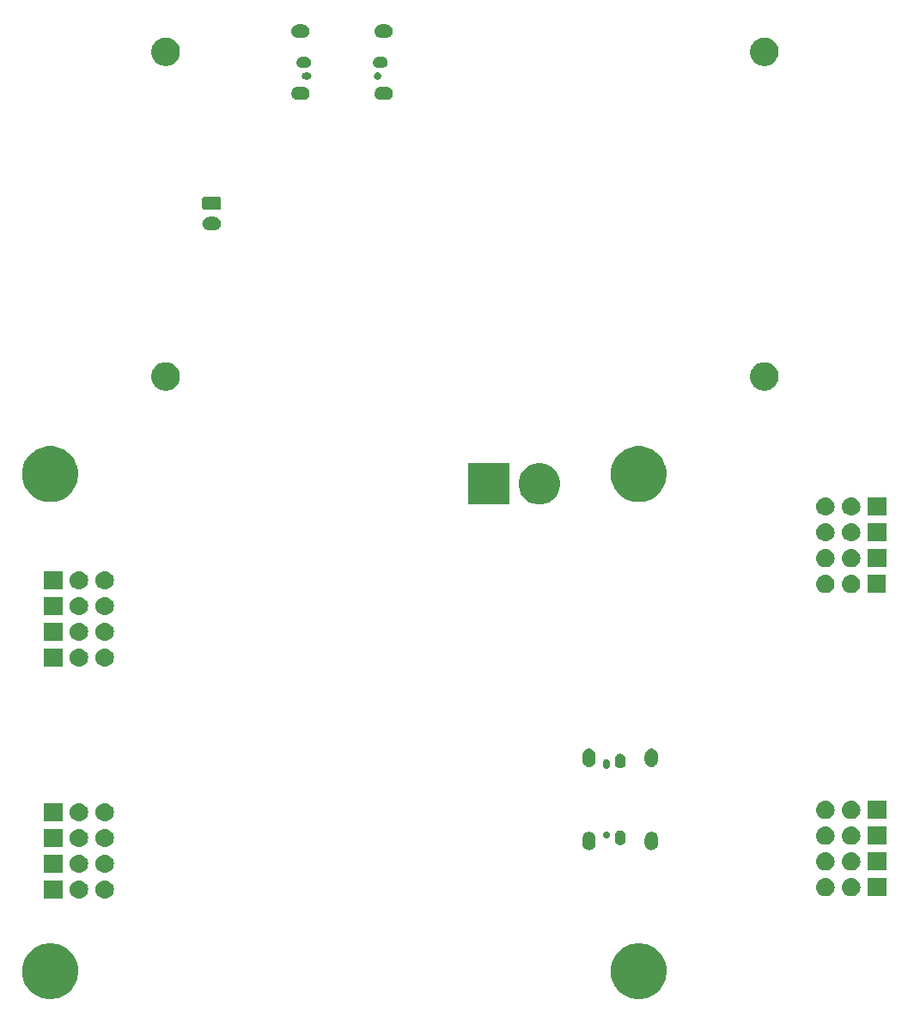
<source format=gbr>
G04 #@! TF.GenerationSoftware,KiCad,Pcbnew,5.1.4-e60b266~84~ubuntu18.04.1*
G04 #@! TF.CreationDate,2019-10-17T22:07:23-04:00*
G04 #@! TF.ProjectId,SmallKat v2,536d616c-6c4b-4617-9420-76322e6b6963,rev?*
G04 #@! TF.SameCoordinates,Original*
G04 #@! TF.FileFunction,Soldermask,Bot*
G04 #@! TF.FilePolarity,Negative*
%FSLAX46Y46*%
G04 Gerber Fmt 4.6, Leading zero omitted, Abs format (unit mm)*
G04 Created by KiCad (PCBNEW 5.1.4-e60b266~84~ubuntu18.04.1) date 2019-10-17 22:07:23*
%MOMM*%
%LPD*%
G04 APERTURE LIST*
%ADD10C,0.100000*%
G04 APERTURE END LIST*
D10*
G36*
X161096693Y-136796859D02*
G01*
X161362437Y-136849719D01*
X161863087Y-137057095D01*
X162043561Y-137177684D01*
X162313660Y-137358158D01*
X162696842Y-137741340D01*
X162877316Y-138011439D01*
X162997905Y-138191913D01*
X163131363Y-138514109D01*
X163205281Y-138692564D01*
X163311000Y-139224049D01*
X163311000Y-139765951D01*
X163275186Y-139946000D01*
X163205281Y-140297437D01*
X162997905Y-140798087D01*
X162941521Y-140882471D01*
X162696842Y-141248660D01*
X162313660Y-141631842D01*
X162050774Y-141807496D01*
X161863087Y-141932905D01*
X161362437Y-142140281D01*
X161096694Y-142193140D01*
X160830951Y-142246000D01*
X160289049Y-142246000D01*
X160023306Y-142193140D01*
X159757563Y-142140281D01*
X159256913Y-141932905D01*
X159069226Y-141807496D01*
X158806340Y-141631842D01*
X158423158Y-141248660D01*
X158178479Y-140882471D01*
X158122095Y-140798087D01*
X157914719Y-140297437D01*
X157844814Y-139946000D01*
X157809000Y-139765951D01*
X157809000Y-139224049D01*
X157914719Y-138692564D01*
X157988637Y-138514109D01*
X158122095Y-138191913D01*
X158242684Y-138011439D01*
X158423158Y-137741340D01*
X158806340Y-137358158D01*
X159076439Y-137177684D01*
X159256913Y-137057095D01*
X159757563Y-136849719D01*
X160023307Y-136796859D01*
X160289049Y-136744000D01*
X160830951Y-136744000D01*
X161096693Y-136796859D01*
X161096693Y-136796859D01*
G37*
G36*
X103096693Y-136796859D02*
G01*
X103362437Y-136849719D01*
X103863087Y-137057095D01*
X104043561Y-137177684D01*
X104313660Y-137358158D01*
X104696842Y-137741340D01*
X104877316Y-138011439D01*
X104997905Y-138191913D01*
X105131363Y-138514109D01*
X105205281Y-138692564D01*
X105311000Y-139224049D01*
X105311000Y-139765951D01*
X105275186Y-139946000D01*
X105205281Y-140297437D01*
X104997905Y-140798087D01*
X104941521Y-140882471D01*
X104696842Y-141248660D01*
X104313660Y-141631842D01*
X104050774Y-141807496D01*
X103863087Y-141932905D01*
X103362437Y-142140281D01*
X103096694Y-142193140D01*
X102830951Y-142246000D01*
X102289049Y-142246000D01*
X102023306Y-142193140D01*
X101757563Y-142140281D01*
X101256913Y-141932905D01*
X101069226Y-141807496D01*
X100806340Y-141631842D01*
X100423158Y-141248660D01*
X100178479Y-140882471D01*
X100122095Y-140798087D01*
X99914719Y-140297437D01*
X99844814Y-139946000D01*
X99809000Y-139765951D01*
X99809000Y-139224049D01*
X99914719Y-138692564D01*
X99988637Y-138514109D01*
X100122095Y-138191913D01*
X100242684Y-138011439D01*
X100423158Y-137741340D01*
X100806340Y-137358158D01*
X101076439Y-137177684D01*
X101256913Y-137057095D01*
X101757563Y-136849719D01*
X102023307Y-136796859D01*
X102289049Y-136744000D01*
X102830951Y-136744000D01*
X103096693Y-136796859D01*
X103096693Y-136796859D01*
G37*
G36*
X103771000Y-132346000D02*
G01*
X101969000Y-132346000D01*
X101969000Y-130544000D01*
X103771000Y-130544000D01*
X103771000Y-132346000D01*
X103771000Y-132346000D01*
G37*
G36*
X105520443Y-130550519D02*
G01*
X105586627Y-130557037D01*
X105756466Y-130608557D01*
X105912991Y-130692222D01*
X105937101Y-130712009D01*
X106050186Y-130804814D01*
X106133448Y-130906271D01*
X106162778Y-130942009D01*
X106246443Y-131098534D01*
X106297963Y-131268373D01*
X106315359Y-131445000D01*
X106297963Y-131621627D01*
X106246443Y-131791466D01*
X106162778Y-131947991D01*
X106146539Y-131967778D01*
X106050186Y-132085186D01*
X105948729Y-132168448D01*
X105912991Y-132197778D01*
X105756466Y-132281443D01*
X105586627Y-132332963D01*
X105520442Y-132339482D01*
X105454260Y-132346000D01*
X105365740Y-132346000D01*
X105299558Y-132339482D01*
X105233373Y-132332963D01*
X105063534Y-132281443D01*
X104907009Y-132197778D01*
X104871271Y-132168448D01*
X104769814Y-132085186D01*
X104673461Y-131967778D01*
X104657222Y-131947991D01*
X104573557Y-131791466D01*
X104522037Y-131621627D01*
X104504641Y-131445000D01*
X104522037Y-131268373D01*
X104573557Y-131098534D01*
X104657222Y-130942009D01*
X104686552Y-130906271D01*
X104769814Y-130804814D01*
X104882899Y-130712009D01*
X104907009Y-130692222D01*
X105063534Y-130608557D01*
X105233373Y-130557037D01*
X105299557Y-130550519D01*
X105365740Y-130544000D01*
X105454260Y-130544000D01*
X105520443Y-130550519D01*
X105520443Y-130550519D01*
G37*
G36*
X108060443Y-130550519D02*
G01*
X108126627Y-130557037D01*
X108296466Y-130608557D01*
X108452991Y-130692222D01*
X108477101Y-130712009D01*
X108590186Y-130804814D01*
X108673448Y-130906271D01*
X108702778Y-130942009D01*
X108786443Y-131098534D01*
X108837963Y-131268373D01*
X108855359Y-131445000D01*
X108837963Y-131621627D01*
X108786443Y-131791466D01*
X108702778Y-131947991D01*
X108686539Y-131967778D01*
X108590186Y-132085186D01*
X108488729Y-132168448D01*
X108452991Y-132197778D01*
X108296466Y-132281443D01*
X108126627Y-132332963D01*
X108060442Y-132339482D01*
X107994260Y-132346000D01*
X107905740Y-132346000D01*
X107839558Y-132339482D01*
X107773373Y-132332963D01*
X107603534Y-132281443D01*
X107447009Y-132197778D01*
X107411271Y-132168448D01*
X107309814Y-132085186D01*
X107213461Y-131967778D01*
X107197222Y-131947991D01*
X107113557Y-131791466D01*
X107062037Y-131621627D01*
X107044641Y-131445000D01*
X107062037Y-131268373D01*
X107113557Y-131098534D01*
X107197222Y-130942009D01*
X107226552Y-130906271D01*
X107309814Y-130804814D01*
X107422899Y-130712009D01*
X107447009Y-130692222D01*
X107603534Y-130608557D01*
X107773373Y-130557037D01*
X107839557Y-130550519D01*
X107905740Y-130544000D01*
X107994260Y-130544000D01*
X108060443Y-130550519D01*
X108060443Y-130550519D01*
G37*
G36*
X184961000Y-132116000D02*
G01*
X183159000Y-132116000D01*
X183159000Y-130314000D01*
X184961000Y-130314000D01*
X184961000Y-132116000D01*
X184961000Y-132116000D01*
G37*
G36*
X181630443Y-130320519D02*
G01*
X181696627Y-130327037D01*
X181866466Y-130378557D01*
X182022991Y-130462222D01*
X182058729Y-130491552D01*
X182160186Y-130574814D01*
X182243448Y-130676271D01*
X182272778Y-130712009D01*
X182356443Y-130868534D01*
X182407963Y-131038373D01*
X182425359Y-131215000D01*
X182407963Y-131391627D01*
X182356443Y-131561466D01*
X182272778Y-131717991D01*
X182243448Y-131753729D01*
X182160186Y-131855186D01*
X182058729Y-131938448D01*
X182022991Y-131967778D01*
X181866466Y-132051443D01*
X181696627Y-132102963D01*
X181630443Y-132109481D01*
X181564260Y-132116000D01*
X181475740Y-132116000D01*
X181409557Y-132109481D01*
X181343373Y-132102963D01*
X181173534Y-132051443D01*
X181017009Y-131967778D01*
X180981271Y-131938448D01*
X180879814Y-131855186D01*
X180796552Y-131753729D01*
X180767222Y-131717991D01*
X180683557Y-131561466D01*
X180632037Y-131391627D01*
X180614641Y-131215000D01*
X180632037Y-131038373D01*
X180683557Y-130868534D01*
X180767222Y-130712009D01*
X180796552Y-130676271D01*
X180879814Y-130574814D01*
X180981271Y-130491552D01*
X181017009Y-130462222D01*
X181173534Y-130378557D01*
X181343373Y-130327037D01*
X181409557Y-130320519D01*
X181475740Y-130314000D01*
X181564260Y-130314000D01*
X181630443Y-130320519D01*
X181630443Y-130320519D01*
G37*
G36*
X179090443Y-130320519D02*
G01*
X179156627Y-130327037D01*
X179326466Y-130378557D01*
X179482991Y-130462222D01*
X179518729Y-130491552D01*
X179620186Y-130574814D01*
X179703448Y-130676271D01*
X179732778Y-130712009D01*
X179816443Y-130868534D01*
X179867963Y-131038373D01*
X179885359Y-131215000D01*
X179867963Y-131391627D01*
X179816443Y-131561466D01*
X179732778Y-131717991D01*
X179703448Y-131753729D01*
X179620186Y-131855186D01*
X179518729Y-131938448D01*
X179482991Y-131967778D01*
X179326466Y-132051443D01*
X179156627Y-132102963D01*
X179090443Y-132109481D01*
X179024260Y-132116000D01*
X178935740Y-132116000D01*
X178869557Y-132109481D01*
X178803373Y-132102963D01*
X178633534Y-132051443D01*
X178477009Y-131967778D01*
X178441271Y-131938448D01*
X178339814Y-131855186D01*
X178256552Y-131753729D01*
X178227222Y-131717991D01*
X178143557Y-131561466D01*
X178092037Y-131391627D01*
X178074641Y-131215000D01*
X178092037Y-131038373D01*
X178143557Y-130868534D01*
X178227222Y-130712009D01*
X178256552Y-130676271D01*
X178339814Y-130574814D01*
X178441271Y-130491552D01*
X178477009Y-130462222D01*
X178633534Y-130378557D01*
X178803373Y-130327037D01*
X178869557Y-130320519D01*
X178935740Y-130314000D01*
X179024260Y-130314000D01*
X179090443Y-130320519D01*
X179090443Y-130320519D01*
G37*
G36*
X103771000Y-129806000D02*
G01*
X101969000Y-129806000D01*
X101969000Y-128004000D01*
X103771000Y-128004000D01*
X103771000Y-129806000D01*
X103771000Y-129806000D01*
G37*
G36*
X108060443Y-128010519D02*
G01*
X108126627Y-128017037D01*
X108296466Y-128068557D01*
X108452991Y-128152222D01*
X108477101Y-128172009D01*
X108590186Y-128264814D01*
X108673448Y-128366271D01*
X108702778Y-128402009D01*
X108786443Y-128558534D01*
X108837963Y-128728373D01*
X108855359Y-128905000D01*
X108837963Y-129081627D01*
X108786443Y-129251466D01*
X108702778Y-129407991D01*
X108686539Y-129427778D01*
X108590186Y-129545186D01*
X108488729Y-129628448D01*
X108452991Y-129657778D01*
X108296466Y-129741443D01*
X108126627Y-129792963D01*
X108060443Y-129799481D01*
X107994260Y-129806000D01*
X107905740Y-129806000D01*
X107839557Y-129799481D01*
X107773373Y-129792963D01*
X107603534Y-129741443D01*
X107447009Y-129657778D01*
X107411271Y-129628448D01*
X107309814Y-129545186D01*
X107213461Y-129427778D01*
X107197222Y-129407991D01*
X107113557Y-129251466D01*
X107062037Y-129081627D01*
X107044641Y-128905000D01*
X107062037Y-128728373D01*
X107113557Y-128558534D01*
X107197222Y-128402009D01*
X107226552Y-128366271D01*
X107309814Y-128264814D01*
X107422899Y-128172009D01*
X107447009Y-128152222D01*
X107603534Y-128068557D01*
X107773373Y-128017037D01*
X107839557Y-128010519D01*
X107905740Y-128004000D01*
X107994260Y-128004000D01*
X108060443Y-128010519D01*
X108060443Y-128010519D01*
G37*
G36*
X105520443Y-128010519D02*
G01*
X105586627Y-128017037D01*
X105756466Y-128068557D01*
X105912991Y-128152222D01*
X105937101Y-128172009D01*
X106050186Y-128264814D01*
X106133448Y-128366271D01*
X106162778Y-128402009D01*
X106246443Y-128558534D01*
X106297963Y-128728373D01*
X106315359Y-128905000D01*
X106297963Y-129081627D01*
X106246443Y-129251466D01*
X106162778Y-129407991D01*
X106146539Y-129427778D01*
X106050186Y-129545186D01*
X105948729Y-129628448D01*
X105912991Y-129657778D01*
X105756466Y-129741443D01*
X105586627Y-129792963D01*
X105520443Y-129799481D01*
X105454260Y-129806000D01*
X105365740Y-129806000D01*
X105299557Y-129799481D01*
X105233373Y-129792963D01*
X105063534Y-129741443D01*
X104907009Y-129657778D01*
X104871271Y-129628448D01*
X104769814Y-129545186D01*
X104673461Y-129427778D01*
X104657222Y-129407991D01*
X104573557Y-129251466D01*
X104522037Y-129081627D01*
X104504641Y-128905000D01*
X104522037Y-128728373D01*
X104573557Y-128558534D01*
X104657222Y-128402009D01*
X104686552Y-128366271D01*
X104769814Y-128264814D01*
X104882899Y-128172009D01*
X104907009Y-128152222D01*
X105063534Y-128068557D01*
X105233373Y-128017037D01*
X105299557Y-128010519D01*
X105365740Y-128004000D01*
X105454260Y-128004000D01*
X105520443Y-128010519D01*
X105520443Y-128010519D01*
G37*
G36*
X181630443Y-127780519D02*
G01*
X181696627Y-127787037D01*
X181866466Y-127838557D01*
X182022991Y-127922222D01*
X182058729Y-127951552D01*
X182160186Y-128034814D01*
X182243448Y-128136271D01*
X182272778Y-128172009D01*
X182356443Y-128328534D01*
X182407963Y-128498373D01*
X182425359Y-128675000D01*
X182407963Y-128851627D01*
X182356443Y-129021466D01*
X182272778Y-129177991D01*
X182243448Y-129213729D01*
X182160186Y-129315186D01*
X182058729Y-129398448D01*
X182022991Y-129427778D01*
X181866466Y-129511443D01*
X181696627Y-129562963D01*
X181630442Y-129569482D01*
X181564260Y-129576000D01*
X181475740Y-129576000D01*
X181409558Y-129569482D01*
X181343373Y-129562963D01*
X181173534Y-129511443D01*
X181017009Y-129427778D01*
X180981271Y-129398448D01*
X180879814Y-129315186D01*
X180796552Y-129213729D01*
X180767222Y-129177991D01*
X180683557Y-129021466D01*
X180632037Y-128851627D01*
X180614641Y-128675000D01*
X180632037Y-128498373D01*
X180683557Y-128328534D01*
X180767222Y-128172009D01*
X180796552Y-128136271D01*
X180879814Y-128034814D01*
X180981271Y-127951552D01*
X181017009Y-127922222D01*
X181173534Y-127838557D01*
X181343373Y-127787037D01*
X181409557Y-127780519D01*
X181475740Y-127774000D01*
X181564260Y-127774000D01*
X181630443Y-127780519D01*
X181630443Y-127780519D01*
G37*
G36*
X184961000Y-129576000D02*
G01*
X183159000Y-129576000D01*
X183159000Y-127774000D01*
X184961000Y-127774000D01*
X184961000Y-129576000D01*
X184961000Y-129576000D01*
G37*
G36*
X179090443Y-127780519D02*
G01*
X179156627Y-127787037D01*
X179326466Y-127838557D01*
X179482991Y-127922222D01*
X179518729Y-127951552D01*
X179620186Y-128034814D01*
X179703448Y-128136271D01*
X179732778Y-128172009D01*
X179816443Y-128328534D01*
X179867963Y-128498373D01*
X179885359Y-128675000D01*
X179867963Y-128851627D01*
X179816443Y-129021466D01*
X179732778Y-129177991D01*
X179703448Y-129213729D01*
X179620186Y-129315186D01*
X179518729Y-129398448D01*
X179482991Y-129427778D01*
X179326466Y-129511443D01*
X179156627Y-129562963D01*
X179090442Y-129569482D01*
X179024260Y-129576000D01*
X178935740Y-129576000D01*
X178869558Y-129569482D01*
X178803373Y-129562963D01*
X178633534Y-129511443D01*
X178477009Y-129427778D01*
X178441271Y-129398448D01*
X178339814Y-129315186D01*
X178256552Y-129213729D01*
X178227222Y-129177991D01*
X178143557Y-129021466D01*
X178092037Y-128851627D01*
X178074641Y-128675000D01*
X178092037Y-128498373D01*
X178143557Y-128328534D01*
X178227222Y-128172009D01*
X178256552Y-128136271D01*
X178339814Y-128034814D01*
X178441271Y-127951552D01*
X178477009Y-127922222D01*
X178633534Y-127838557D01*
X178803373Y-127787037D01*
X178869557Y-127780519D01*
X178935740Y-127774000D01*
X179024260Y-127774000D01*
X179090443Y-127780519D01*
X179090443Y-127780519D01*
G37*
G36*
X155807618Y-125763420D02*
G01*
X155898404Y-125790960D01*
X155930336Y-125800646D01*
X156043425Y-125861094D01*
X156142554Y-125942446D01*
X156223906Y-126041575D01*
X156284354Y-126154664D01*
X156284355Y-126154668D01*
X156321580Y-126277382D01*
X156324953Y-126311627D01*
X156330210Y-126365000D01*
X156331000Y-126373027D01*
X156331000Y-126936973D01*
X156321580Y-127032618D01*
X156313715Y-127058544D01*
X156284354Y-127155336D01*
X156223906Y-127268425D01*
X156142554Y-127367553D01*
X156043424Y-127448906D01*
X155930335Y-127509354D01*
X155898403Y-127519040D01*
X155807617Y-127546580D01*
X155680000Y-127559149D01*
X155552382Y-127546580D01*
X155461596Y-127519040D01*
X155429664Y-127509354D01*
X155316575Y-127448906D01*
X155217447Y-127367554D01*
X155136094Y-127268424D01*
X155075646Y-127155335D01*
X155064253Y-127117778D01*
X155038420Y-127032617D01*
X155029000Y-126936972D01*
X155029000Y-126373027D01*
X155029791Y-126365000D01*
X155035047Y-126311627D01*
X155038420Y-126277382D01*
X155075645Y-126154668D01*
X155075646Y-126154664D01*
X155136094Y-126041575D01*
X155217447Y-125942447D01*
X155316576Y-125861094D01*
X155429665Y-125800646D01*
X155461597Y-125790960D01*
X155552383Y-125763420D01*
X155680000Y-125750851D01*
X155807618Y-125763420D01*
X155807618Y-125763420D01*
G37*
G36*
X161947618Y-125763420D02*
G01*
X162038404Y-125790960D01*
X162070336Y-125800646D01*
X162183425Y-125861094D01*
X162282554Y-125942446D01*
X162363906Y-126041575D01*
X162424354Y-126154664D01*
X162424355Y-126154668D01*
X162461580Y-126277382D01*
X162464953Y-126311627D01*
X162470210Y-126365000D01*
X162471000Y-126373027D01*
X162471000Y-126936973D01*
X162461580Y-127032618D01*
X162453715Y-127058544D01*
X162424354Y-127155336D01*
X162363906Y-127268425D01*
X162282554Y-127367553D01*
X162183424Y-127448906D01*
X162070335Y-127509354D01*
X162038403Y-127519040D01*
X161947617Y-127546580D01*
X161820000Y-127559149D01*
X161692382Y-127546580D01*
X161601596Y-127519040D01*
X161569664Y-127509354D01*
X161456575Y-127448906D01*
X161357447Y-127367554D01*
X161276094Y-127268424D01*
X161215646Y-127155335D01*
X161204253Y-127117778D01*
X161178420Y-127032617D01*
X161169000Y-126936972D01*
X161169000Y-126373027D01*
X161169791Y-126365000D01*
X161175047Y-126311627D01*
X161178420Y-126277382D01*
X161215645Y-126154668D01*
X161215646Y-126154664D01*
X161276094Y-126041575D01*
X161357447Y-125942447D01*
X161456576Y-125861094D01*
X161569665Y-125800646D01*
X161601597Y-125790960D01*
X161692383Y-125763420D01*
X161820000Y-125750851D01*
X161947618Y-125763420D01*
X161947618Y-125763420D01*
G37*
G36*
X108060442Y-125470518D02*
G01*
X108126627Y-125477037D01*
X108296466Y-125528557D01*
X108452991Y-125612222D01*
X108477101Y-125632009D01*
X108590186Y-125724814D01*
X108673448Y-125826271D01*
X108702778Y-125862009D01*
X108786443Y-126018534D01*
X108837963Y-126188373D01*
X108855359Y-126365000D01*
X108837963Y-126541627D01*
X108786443Y-126711466D01*
X108702778Y-126867991D01*
X108686539Y-126887778D01*
X108590186Y-127005186D01*
X108488729Y-127088448D01*
X108452991Y-127117778D01*
X108296466Y-127201443D01*
X108126627Y-127252963D01*
X108060443Y-127259481D01*
X107994260Y-127266000D01*
X107905740Y-127266000D01*
X107839557Y-127259481D01*
X107773373Y-127252963D01*
X107603534Y-127201443D01*
X107447009Y-127117778D01*
X107411271Y-127088448D01*
X107309814Y-127005186D01*
X107213461Y-126887778D01*
X107197222Y-126867991D01*
X107113557Y-126711466D01*
X107062037Y-126541627D01*
X107044641Y-126365000D01*
X107062037Y-126188373D01*
X107113557Y-126018534D01*
X107197222Y-125862009D01*
X107226552Y-125826271D01*
X107309814Y-125724814D01*
X107422899Y-125632009D01*
X107447009Y-125612222D01*
X107603534Y-125528557D01*
X107773373Y-125477037D01*
X107839558Y-125470518D01*
X107905740Y-125464000D01*
X107994260Y-125464000D01*
X108060442Y-125470518D01*
X108060442Y-125470518D01*
G37*
G36*
X105520442Y-125470518D02*
G01*
X105586627Y-125477037D01*
X105756466Y-125528557D01*
X105912991Y-125612222D01*
X105937101Y-125632009D01*
X106050186Y-125724814D01*
X106133448Y-125826271D01*
X106162778Y-125862009D01*
X106246443Y-126018534D01*
X106297963Y-126188373D01*
X106315359Y-126365000D01*
X106297963Y-126541627D01*
X106246443Y-126711466D01*
X106162778Y-126867991D01*
X106146539Y-126887778D01*
X106050186Y-127005186D01*
X105948729Y-127088448D01*
X105912991Y-127117778D01*
X105756466Y-127201443D01*
X105586627Y-127252963D01*
X105520443Y-127259481D01*
X105454260Y-127266000D01*
X105365740Y-127266000D01*
X105299557Y-127259481D01*
X105233373Y-127252963D01*
X105063534Y-127201443D01*
X104907009Y-127117778D01*
X104871271Y-127088448D01*
X104769814Y-127005186D01*
X104673461Y-126887778D01*
X104657222Y-126867991D01*
X104573557Y-126711466D01*
X104522037Y-126541627D01*
X104504641Y-126365000D01*
X104522037Y-126188373D01*
X104573557Y-126018534D01*
X104657222Y-125862009D01*
X104686552Y-125826271D01*
X104769814Y-125724814D01*
X104882899Y-125632009D01*
X104907009Y-125612222D01*
X105063534Y-125528557D01*
X105233373Y-125477037D01*
X105299558Y-125470518D01*
X105365740Y-125464000D01*
X105454260Y-125464000D01*
X105520442Y-125470518D01*
X105520442Y-125470518D01*
G37*
G36*
X103771000Y-127266000D02*
G01*
X101969000Y-127266000D01*
X101969000Y-125464000D01*
X103771000Y-125464000D01*
X103771000Y-127266000D01*
X103771000Y-127266000D01*
G37*
G36*
X158853114Y-125611611D02*
G01*
X158952265Y-125641688D01*
X159043644Y-125690531D01*
X159123738Y-125756262D01*
X159189469Y-125836356D01*
X159238312Y-125927735D01*
X159268389Y-126026887D01*
X159276000Y-126104162D01*
X159276000Y-126555839D01*
X159268389Y-126633114D01*
X159238312Y-126732265D01*
X159189469Y-126823644D01*
X159123738Y-126903738D01*
X159043644Y-126969469D01*
X158952264Y-127018312D01*
X158853113Y-127048389D01*
X158750000Y-127058545D01*
X158646886Y-127048389D01*
X158547735Y-127018312D01*
X158456356Y-126969469D01*
X158376262Y-126903738D01*
X158310531Y-126823644D01*
X158261688Y-126732264D01*
X158231611Y-126633113D01*
X158224000Y-126555838D01*
X158224000Y-126104161D01*
X158230165Y-126041574D01*
X158231611Y-126026888D01*
X158261689Y-125927734D01*
X158310532Y-125836356D01*
X158314722Y-125831251D01*
X158376263Y-125756262D01*
X158456357Y-125690531D01*
X158547736Y-125641688D01*
X158646887Y-125611611D01*
X158750000Y-125601455D01*
X158853114Y-125611611D01*
X158853114Y-125611611D01*
G37*
G36*
X184961000Y-127036000D02*
G01*
X183159000Y-127036000D01*
X183159000Y-125234000D01*
X184961000Y-125234000D01*
X184961000Y-127036000D01*
X184961000Y-127036000D01*
G37*
G36*
X181630443Y-125240519D02*
G01*
X181696627Y-125247037D01*
X181866466Y-125298557D01*
X182022991Y-125382222D01*
X182058729Y-125411552D01*
X182160186Y-125494814D01*
X182243448Y-125596271D01*
X182272778Y-125632009D01*
X182272779Y-125632011D01*
X182353144Y-125782361D01*
X182356443Y-125788534D01*
X182407963Y-125958373D01*
X182425359Y-126135000D01*
X182407963Y-126311627D01*
X182383427Y-126392510D01*
X182356442Y-126481468D01*
X182314610Y-126559729D01*
X182272778Y-126637991D01*
X182243448Y-126673729D01*
X182160186Y-126775186D01*
X182058729Y-126858448D01*
X182022991Y-126887778D01*
X181866466Y-126971443D01*
X181696627Y-127022963D01*
X181630443Y-127029481D01*
X181564260Y-127036000D01*
X181475740Y-127036000D01*
X181409557Y-127029481D01*
X181343373Y-127022963D01*
X181173534Y-126971443D01*
X181017009Y-126887778D01*
X180981271Y-126858448D01*
X180879814Y-126775186D01*
X180796552Y-126673729D01*
X180767222Y-126637991D01*
X180725390Y-126559729D01*
X180683558Y-126481468D01*
X180656573Y-126392510D01*
X180632037Y-126311627D01*
X180614641Y-126135000D01*
X180632037Y-125958373D01*
X180683557Y-125788534D01*
X180686857Y-125782361D01*
X180767221Y-125632011D01*
X180767222Y-125632009D01*
X180796552Y-125596271D01*
X180879814Y-125494814D01*
X180981271Y-125411552D01*
X181017009Y-125382222D01*
X181173534Y-125298557D01*
X181343373Y-125247037D01*
X181409557Y-125240519D01*
X181475740Y-125234000D01*
X181564260Y-125234000D01*
X181630443Y-125240519D01*
X181630443Y-125240519D01*
G37*
G36*
X179090443Y-125240519D02*
G01*
X179156627Y-125247037D01*
X179326466Y-125298557D01*
X179482991Y-125382222D01*
X179518729Y-125411552D01*
X179620186Y-125494814D01*
X179703448Y-125596271D01*
X179732778Y-125632009D01*
X179732779Y-125632011D01*
X179813144Y-125782361D01*
X179816443Y-125788534D01*
X179867963Y-125958373D01*
X179885359Y-126135000D01*
X179867963Y-126311627D01*
X179843427Y-126392510D01*
X179816442Y-126481468D01*
X179774610Y-126559729D01*
X179732778Y-126637991D01*
X179703448Y-126673729D01*
X179620186Y-126775186D01*
X179518729Y-126858448D01*
X179482991Y-126887778D01*
X179326466Y-126971443D01*
X179156627Y-127022963D01*
X179090443Y-127029481D01*
X179024260Y-127036000D01*
X178935740Y-127036000D01*
X178869557Y-127029481D01*
X178803373Y-127022963D01*
X178633534Y-126971443D01*
X178477009Y-126887778D01*
X178441271Y-126858448D01*
X178339814Y-126775186D01*
X178256552Y-126673729D01*
X178227222Y-126637991D01*
X178185390Y-126559729D01*
X178143558Y-126481468D01*
X178116573Y-126392510D01*
X178092037Y-126311627D01*
X178074641Y-126135000D01*
X178092037Y-125958373D01*
X178143557Y-125788534D01*
X178146857Y-125782361D01*
X178227221Y-125632011D01*
X178227222Y-125632009D01*
X178256552Y-125596271D01*
X178339814Y-125494814D01*
X178441271Y-125411552D01*
X178477009Y-125382222D01*
X178633534Y-125298557D01*
X178803373Y-125247037D01*
X178869557Y-125240519D01*
X178935740Y-125234000D01*
X179024260Y-125234000D01*
X179090443Y-125240519D01*
X179090443Y-125240519D01*
G37*
G36*
X157502383Y-125717489D02*
G01*
X157502386Y-125717490D01*
X157502385Y-125717490D01*
X157566258Y-125743946D01*
X157623748Y-125782360D01*
X157672640Y-125831252D01*
X157711054Y-125888742D01*
X157727204Y-125927734D01*
X157737511Y-125952617D01*
X157751000Y-126020430D01*
X157751000Y-126089570D01*
X157737511Y-126157383D01*
X157737510Y-126157385D01*
X157711054Y-126221258D01*
X157672640Y-126278748D01*
X157623748Y-126327640D01*
X157566258Y-126366054D01*
X157514182Y-126387624D01*
X157502383Y-126392511D01*
X157434570Y-126406000D01*
X157365430Y-126406000D01*
X157297617Y-126392511D01*
X157285818Y-126387624D01*
X157233742Y-126366054D01*
X157176252Y-126327640D01*
X157127360Y-126278748D01*
X157088946Y-126221258D01*
X157062490Y-126157385D01*
X157062489Y-126157383D01*
X157049000Y-126089570D01*
X157049000Y-126020430D01*
X157062489Y-125952617D01*
X157072796Y-125927734D01*
X157088946Y-125888742D01*
X157127360Y-125831252D01*
X157176252Y-125782360D01*
X157233742Y-125743946D01*
X157297615Y-125717490D01*
X157297614Y-125717490D01*
X157297617Y-125717489D01*
X157365430Y-125704000D01*
X157434570Y-125704000D01*
X157502383Y-125717489D01*
X157502383Y-125717489D01*
G37*
G36*
X108060443Y-122930519D02*
G01*
X108126627Y-122937037D01*
X108296466Y-122988557D01*
X108452991Y-123072222D01*
X108477101Y-123092009D01*
X108590186Y-123184814D01*
X108673448Y-123286271D01*
X108702778Y-123322009D01*
X108786443Y-123478534D01*
X108837963Y-123648373D01*
X108855359Y-123825000D01*
X108837963Y-124001627D01*
X108786443Y-124171466D01*
X108702778Y-124327991D01*
X108686539Y-124347778D01*
X108590186Y-124465186D01*
X108488729Y-124548448D01*
X108452991Y-124577778D01*
X108296466Y-124661443D01*
X108126627Y-124712963D01*
X108060443Y-124719481D01*
X107994260Y-124726000D01*
X107905740Y-124726000D01*
X107839557Y-124719481D01*
X107773373Y-124712963D01*
X107603534Y-124661443D01*
X107447009Y-124577778D01*
X107411271Y-124548448D01*
X107309814Y-124465186D01*
X107213461Y-124347778D01*
X107197222Y-124327991D01*
X107113557Y-124171466D01*
X107062037Y-124001627D01*
X107044641Y-123825000D01*
X107062037Y-123648373D01*
X107113557Y-123478534D01*
X107197222Y-123322009D01*
X107226552Y-123286271D01*
X107309814Y-123184814D01*
X107422899Y-123092009D01*
X107447009Y-123072222D01*
X107603534Y-122988557D01*
X107773373Y-122937037D01*
X107839557Y-122930519D01*
X107905740Y-122924000D01*
X107994260Y-122924000D01*
X108060443Y-122930519D01*
X108060443Y-122930519D01*
G37*
G36*
X105520443Y-122930519D02*
G01*
X105586627Y-122937037D01*
X105756466Y-122988557D01*
X105912991Y-123072222D01*
X105937101Y-123092009D01*
X106050186Y-123184814D01*
X106133448Y-123286271D01*
X106162778Y-123322009D01*
X106246443Y-123478534D01*
X106297963Y-123648373D01*
X106315359Y-123825000D01*
X106297963Y-124001627D01*
X106246443Y-124171466D01*
X106162778Y-124327991D01*
X106146539Y-124347778D01*
X106050186Y-124465186D01*
X105948729Y-124548448D01*
X105912991Y-124577778D01*
X105756466Y-124661443D01*
X105586627Y-124712963D01*
X105520443Y-124719481D01*
X105454260Y-124726000D01*
X105365740Y-124726000D01*
X105299557Y-124719481D01*
X105233373Y-124712963D01*
X105063534Y-124661443D01*
X104907009Y-124577778D01*
X104871271Y-124548448D01*
X104769814Y-124465186D01*
X104673461Y-124347778D01*
X104657222Y-124327991D01*
X104573557Y-124171466D01*
X104522037Y-124001627D01*
X104504641Y-123825000D01*
X104522037Y-123648373D01*
X104573557Y-123478534D01*
X104657222Y-123322009D01*
X104686552Y-123286271D01*
X104769814Y-123184814D01*
X104882899Y-123092009D01*
X104907009Y-123072222D01*
X105063534Y-122988557D01*
X105233373Y-122937037D01*
X105299557Y-122930519D01*
X105365740Y-122924000D01*
X105454260Y-122924000D01*
X105520443Y-122930519D01*
X105520443Y-122930519D01*
G37*
G36*
X103771000Y-124726000D02*
G01*
X101969000Y-124726000D01*
X101969000Y-122924000D01*
X103771000Y-122924000D01*
X103771000Y-124726000D01*
X103771000Y-124726000D01*
G37*
G36*
X184961000Y-124496000D02*
G01*
X183159000Y-124496000D01*
X183159000Y-122694000D01*
X184961000Y-122694000D01*
X184961000Y-124496000D01*
X184961000Y-124496000D01*
G37*
G36*
X181630442Y-122700518D02*
G01*
X181696627Y-122707037D01*
X181866466Y-122758557D01*
X182022991Y-122842222D01*
X182058729Y-122871552D01*
X182160186Y-122954814D01*
X182243448Y-123056271D01*
X182272778Y-123092009D01*
X182356443Y-123248534D01*
X182407963Y-123418373D01*
X182425359Y-123595000D01*
X182407963Y-123771627D01*
X182356443Y-123941466D01*
X182272778Y-124097991D01*
X182243448Y-124133729D01*
X182160186Y-124235186D01*
X182058729Y-124318448D01*
X182022991Y-124347778D01*
X181866466Y-124431443D01*
X181696627Y-124482963D01*
X181630443Y-124489481D01*
X181564260Y-124496000D01*
X181475740Y-124496000D01*
X181409557Y-124489481D01*
X181343373Y-124482963D01*
X181173534Y-124431443D01*
X181017009Y-124347778D01*
X180981271Y-124318448D01*
X180879814Y-124235186D01*
X180796552Y-124133729D01*
X180767222Y-124097991D01*
X180683557Y-123941466D01*
X180632037Y-123771627D01*
X180614641Y-123595000D01*
X180632037Y-123418373D01*
X180683557Y-123248534D01*
X180767222Y-123092009D01*
X180796552Y-123056271D01*
X180879814Y-122954814D01*
X180981271Y-122871552D01*
X181017009Y-122842222D01*
X181173534Y-122758557D01*
X181343373Y-122707037D01*
X181409558Y-122700518D01*
X181475740Y-122694000D01*
X181564260Y-122694000D01*
X181630442Y-122700518D01*
X181630442Y-122700518D01*
G37*
G36*
X179090442Y-122700518D02*
G01*
X179156627Y-122707037D01*
X179326466Y-122758557D01*
X179482991Y-122842222D01*
X179518729Y-122871552D01*
X179620186Y-122954814D01*
X179703448Y-123056271D01*
X179732778Y-123092009D01*
X179816443Y-123248534D01*
X179867963Y-123418373D01*
X179885359Y-123595000D01*
X179867963Y-123771627D01*
X179816443Y-123941466D01*
X179732778Y-124097991D01*
X179703448Y-124133729D01*
X179620186Y-124235186D01*
X179518729Y-124318448D01*
X179482991Y-124347778D01*
X179326466Y-124431443D01*
X179156627Y-124482963D01*
X179090443Y-124489481D01*
X179024260Y-124496000D01*
X178935740Y-124496000D01*
X178869557Y-124489481D01*
X178803373Y-124482963D01*
X178633534Y-124431443D01*
X178477009Y-124347778D01*
X178441271Y-124318448D01*
X178339814Y-124235186D01*
X178256552Y-124133729D01*
X178227222Y-124097991D01*
X178143557Y-123941466D01*
X178092037Y-123771627D01*
X178074641Y-123595000D01*
X178092037Y-123418373D01*
X178143557Y-123248534D01*
X178227222Y-123092009D01*
X178256552Y-123056271D01*
X178339814Y-122954814D01*
X178441271Y-122871552D01*
X178477009Y-122842222D01*
X178633534Y-122758557D01*
X178803373Y-122707037D01*
X178869558Y-122700518D01*
X178935740Y-122694000D01*
X179024260Y-122694000D01*
X179090442Y-122700518D01*
X179090442Y-122700518D01*
G37*
G36*
X157405661Y-118577860D02*
G01*
X157468808Y-118584078D01*
X157534969Y-118604149D01*
X157534971Y-118604150D01*
X157595948Y-118636742D01*
X157595950Y-118636743D01*
X157595949Y-118636743D01*
X157649396Y-118680604D01*
X157681777Y-118720062D01*
X157693258Y-118734051D01*
X157725850Y-118795028D01*
X157725850Y-118795029D01*
X157725851Y-118795031D01*
X157745922Y-118861191D01*
X157751000Y-118912756D01*
X157751000Y-119197245D01*
X157745922Y-119248809D01*
X157727554Y-119309354D01*
X157725850Y-119314972D01*
X157693258Y-119375949D01*
X157677707Y-119394897D01*
X157649396Y-119429396D01*
X157614897Y-119457707D01*
X157595949Y-119473258D01*
X157534972Y-119505850D01*
X157534969Y-119505851D01*
X157468808Y-119525922D01*
X157400001Y-119532698D01*
X157400000Y-119532698D01*
X157394339Y-119532140D01*
X157331192Y-119525922D01*
X157265032Y-119505851D01*
X157265029Y-119505850D01*
X157204052Y-119473258D01*
X157185104Y-119457707D01*
X157150605Y-119429396D01*
X157127538Y-119401288D01*
X157106742Y-119375949D01*
X157074150Y-119314972D01*
X157074149Y-119314971D01*
X157054078Y-119248809D01*
X157049000Y-119197244D01*
X157049000Y-118912757D01*
X157054078Y-118861192D01*
X157074149Y-118795031D01*
X157074151Y-118795028D01*
X157106742Y-118734052D01*
X157109531Y-118730654D01*
X157150604Y-118680604D01*
X157190062Y-118648223D01*
X157204051Y-118636742D01*
X157265028Y-118604150D01*
X157265031Y-118604149D01*
X157331192Y-118584078D01*
X157399999Y-118577302D01*
X157400000Y-118577302D01*
X157405661Y-118577860D01*
X157405661Y-118577860D01*
G37*
G36*
X158853114Y-118061611D02*
G01*
X158952265Y-118091688D01*
X159043644Y-118140531D01*
X159123738Y-118206262D01*
X159189469Y-118286356D01*
X159238312Y-118377735D01*
X159268389Y-118476887D01*
X159276000Y-118554162D01*
X159276000Y-119005839D01*
X159268389Y-119083114D01*
X159238312Y-119182265D01*
X159189469Y-119273644D01*
X159123738Y-119353738D01*
X159043644Y-119419469D01*
X158952264Y-119468312D01*
X158853113Y-119498389D01*
X158750000Y-119508545D01*
X158646886Y-119498389D01*
X158547735Y-119468312D01*
X158456356Y-119419469D01*
X158376262Y-119353738D01*
X158310531Y-119273644D01*
X158261688Y-119182264D01*
X158231611Y-119083113D01*
X158224000Y-119005838D01*
X158224000Y-118554161D01*
X158227227Y-118521403D01*
X158231611Y-118476888D01*
X158261689Y-118377734D01*
X158310532Y-118286356D01*
X158376263Y-118206262D01*
X158456357Y-118140531D01*
X158547736Y-118091688D01*
X158646887Y-118061611D01*
X158750000Y-118051455D01*
X158853114Y-118061611D01*
X158853114Y-118061611D01*
G37*
G36*
X161947618Y-117563420D02*
G01*
X162038404Y-117590960D01*
X162070336Y-117600646D01*
X162183425Y-117661094D01*
X162282554Y-117742446D01*
X162363906Y-117841575D01*
X162424354Y-117954664D01*
X162424355Y-117954668D01*
X162461580Y-118077382D01*
X162471000Y-118173027D01*
X162471000Y-118736973D01*
X162461580Y-118832618D01*
X162437270Y-118912756D01*
X162424354Y-118955336D01*
X162363906Y-119068425D01*
X162282554Y-119167553D01*
X162183424Y-119248906D01*
X162070335Y-119309354D01*
X162038403Y-119319040D01*
X161947617Y-119346580D01*
X161820000Y-119359149D01*
X161692382Y-119346580D01*
X161601596Y-119319040D01*
X161569664Y-119309354D01*
X161456575Y-119248906D01*
X161357447Y-119167554D01*
X161276094Y-119068424D01*
X161215646Y-118955335D01*
X161205960Y-118923403D01*
X161178420Y-118832617D01*
X161169000Y-118736972D01*
X161169000Y-118173027D01*
X161178420Y-118077382D01*
X161215645Y-117954668D01*
X161215646Y-117954664D01*
X161276094Y-117841575D01*
X161357447Y-117742447D01*
X161456576Y-117661094D01*
X161569665Y-117600646D01*
X161601597Y-117590960D01*
X161692383Y-117563420D01*
X161820000Y-117550851D01*
X161947618Y-117563420D01*
X161947618Y-117563420D01*
G37*
G36*
X155807618Y-117563420D02*
G01*
X155898404Y-117590960D01*
X155930336Y-117600646D01*
X156043425Y-117661094D01*
X156142554Y-117742446D01*
X156223906Y-117841575D01*
X156284354Y-117954664D01*
X156284355Y-117954668D01*
X156321580Y-118077382D01*
X156331000Y-118173027D01*
X156331000Y-118736973D01*
X156321580Y-118832618D01*
X156297270Y-118912756D01*
X156284354Y-118955336D01*
X156223906Y-119068425D01*
X156142554Y-119167553D01*
X156043424Y-119248906D01*
X155930335Y-119309354D01*
X155898403Y-119319040D01*
X155807617Y-119346580D01*
X155680000Y-119359149D01*
X155552382Y-119346580D01*
X155461596Y-119319040D01*
X155429664Y-119309354D01*
X155316575Y-119248906D01*
X155217447Y-119167554D01*
X155136094Y-119068424D01*
X155075646Y-118955335D01*
X155065960Y-118923403D01*
X155038420Y-118832617D01*
X155029000Y-118736972D01*
X155029000Y-118173027D01*
X155038420Y-118077382D01*
X155075645Y-117954668D01*
X155075646Y-117954664D01*
X155136094Y-117841575D01*
X155217447Y-117742447D01*
X155316576Y-117661094D01*
X155429665Y-117600646D01*
X155461597Y-117590960D01*
X155552383Y-117563420D01*
X155680000Y-117550851D01*
X155807618Y-117563420D01*
X155807618Y-117563420D01*
G37*
G36*
X105520443Y-107690519D02*
G01*
X105586627Y-107697037D01*
X105756466Y-107748557D01*
X105912991Y-107832222D01*
X105948729Y-107861552D01*
X106050186Y-107944814D01*
X106133448Y-108046271D01*
X106162778Y-108082009D01*
X106246443Y-108238534D01*
X106297963Y-108408373D01*
X106315359Y-108585000D01*
X106297963Y-108761627D01*
X106246443Y-108931466D01*
X106162778Y-109087991D01*
X106133448Y-109123729D01*
X106050186Y-109225186D01*
X105948729Y-109308448D01*
X105912991Y-109337778D01*
X105756466Y-109421443D01*
X105586627Y-109472963D01*
X105520442Y-109479482D01*
X105454260Y-109486000D01*
X105365740Y-109486000D01*
X105299558Y-109479482D01*
X105233373Y-109472963D01*
X105063534Y-109421443D01*
X104907009Y-109337778D01*
X104871271Y-109308448D01*
X104769814Y-109225186D01*
X104686552Y-109123729D01*
X104657222Y-109087991D01*
X104573557Y-108931466D01*
X104522037Y-108761627D01*
X104504641Y-108585000D01*
X104522037Y-108408373D01*
X104573557Y-108238534D01*
X104657222Y-108082009D01*
X104686552Y-108046271D01*
X104769814Y-107944814D01*
X104871271Y-107861552D01*
X104907009Y-107832222D01*
X105063534Y-107748557D01*
X105233373Y-107697037D01*
X105299557Y-107690519D01*
X105365740Y-107684000D01*
X105454260Y-107684000D01*
X105520443Y-107690519D01*
X105520443Y-107690519D01*
G37*
G36*
X103771000Y-109486000D02*
G01*
X101969000Y-109486000D01*
X101969000Y-107684000D01*
X103771000Y-107684000D01*
X103771000Y-109486000D01*
X103771000Y-109486000D01*
G37*
G36*
X108060443Y-107690519D02*
G01*
X108126627Y-107697037D01*
X108296466Y-107748557D01*
X108452991Y-107832222D01*
X108488729Y-107861552D01*
X108590186Y-107944814D01*
X108673448Y-108046271D01*
X108702778Y-108082009D01*
X108786443Y-108238534D01*
X108837963Y-108408373D01*
X108855359Y-108585000D01*
X108837963Y-108761627D01*
X108786443Y-108931466D01*
X108702778Y-109087991D01*
X108673448Y-109123729D01*
X108590186Y-109225186D01*
X108488729Y-109308448D01*
X108452991Y-109337778D01*
X108296466Y-109421443D01*
X108126627Y-109472963D01*
X108060442Y-109479482D01*
X107994260Y-109486000D01*
X107905740Y-109486000D01*
X107839558Y-109479482D01*
X107773373Y-109472963D01*
X107603534Y-109421443D01*
X107447009Y-109337778D01*
X107411271Y-109308448D01*
X107309814Y-109225186D01*
X107226552Y-109123729D01*
X107197222Y-109087991D01*
X107113557Y-108931466D01*
X107062037Y-108761627D01*
X107044641Y-108585000D01*
X107062037Y-108408373D01*
X107113557Y-108238534D01*
X107197222Y-108082009D01*
X107226552Y-108046271D01*
X107309814Y-107944814D01*
X107411271Y-107861552D01*
X107447009Y-107832222D01*
X107603534Y-107748557D01*
X107773373Y-107697037D01*
X107839557Y-107690519D01*
X107905740Y-107684000D01*
X107994260Y-107684000D01*
X108060443Y-107690519D01*
X108060443Y-107690519D01*
G37*
G36*
X105520443Y-105150519D02*
G01*
X105586627Y-105157037D01*
X105756466Y-105208557D01*
X105912991Y-105292222D01*
X105948729Y-105321552D01*
X106050186Y-105404814D01*
X106133448Y-105506271D01*
X106162778Y-105542009D01*
X106246443Y-105698534D01*
X106297963Y-105868373D01*
X106315359Y-106045000D01*
X106297963Y-106221627D01*
X106246443Y-106391466D01*
X106162778Y-106547991D01*
X106133448Y-106583729D01*
X106050186Y-106685186D01*
X105948729Y-106768448D01*
X105912991Y-106797778D01*
X105756466Y-106881443D01*
X105586627Y-106932963D01*
X105520442Y-106939482D01*
X105454260Y-106946000D01*
X105365740Y-106946000D01*
X105299558Y-106939482D01*
X105233373Y-106932963D01*
X105063534Y-106881443D01*
X104907009Y-106797778D01*
X104871271Y-106768448D01*
X104769814Y-106685186D01*
X104686552Y-106583729D01*
X104657222Y-106547991D01*
X104573557Y-106391466D01*
X104522037Y-106221627D01*
X104504641Y-106045000D01*
X104522037Y-105868373D01*
X104573557Y-105698534D01*
X104657222Y-105542009D01*
X104686552Y-105506271D01*
X104769814Y-105404814D01*
X104871271Y-105321552D01*
X104907009Y-105292222D01*
X105063534Y-105208557D01*
X105233373Y-105157037D01*
X105299558Y-105150518D01*
X105365740Y-105144000D01*
X105454260Y-105144000D01*
X105520443Y-105150519D01*
X105520443Y-105150519D01*
G37*
G36*
X103771000Y-106946000D02*
G01*
X101969000Y-106946000D01*
X101969000Y-105144000D01*
X103771000Y-105144000D01*
X103771000Y-106946000D01*
X103771000Y-106946000D01*
G37*
G36*
X108060443Y-105150519D02*
G01*
X108126627Y-105157037D01*
X108296466Y-105208557D01*
X108452991Y-105292222D01*
X108488729Y-105321552D01*
X108590186Y-105404814D01*
X108673448Y-105506271D01*
X108702778Y-105542009D01*
X108786443Y-105698534D01*
X108837963Y-105868373D01*
X108855359Y-106045000D01*
X108837963Y-106221627D01*
X108786443Y-106391466D01*
X108702778Y-106547991D01*
X108673448Y-106583729D01*
X108590186Y-106685186D01*
X108488729Y-106768448D01*
X108452991Y-106797778D01*
X108296466Y-106881443D01*
X108126627Y-106932963D01*
X108060442Y-106939482D01*
X107994260Y-106946000D01*
X107905740Y-106946000D01*
X107839558Y-106939482D01*
X107773373Y-106932963D01*
X107603534Y-106881443D01*
X107447009Y-106797778D01*
X107411271Y-106768448D01*
X107309814Y-106685186D01*
X107226552Y-106583729D01*
X107197222Y-106547991D01*
X107113557Y-106391466D01*
X107062037Y-106221627D01*
X107044641Y-106045000D01*
X107062037Y-105868373D01*
X107113557Y-105698534D01*
X107197222Y-105542009D01*
X107226552Y-105506271D01*
X107309814Y-105404814D01*
X107411271Y-105321552D01*
X107447009Y-105292222D01*
X107603534Y-105208557D01*
X107773373Y-105157037D01*
X107839558Y-105150518D01*
X107905740Y-105144000D01*
X107994260Y-105144000D01*
X108060443Y-105150519D01*
X108060443Y-105150519D01*
G37*
G36*
X108060442Y-102610518D02*
G01*
X108126627Y-102617037D01*
X108296466Y-102668557D01*
X108452991Y-102752222D01*
X108488729Y-102781552D01*
X108590186Y-102864814D01*
X108673448Y-102966271D01*
X108702778Y-103002009D01*
X108786443Y-103158534D01*
X108837963Y-103328373D01*
X108855359Y-103505000D01*
X108837963Y-103681627D01*
X108786443Y-103851466D01*
X108702778Y-104007991D01*
X108673448Y-104043729D01*
X108590186Y-104145186D01*
X108488729Y-104228448D01*
X108452991Y-104257778D01*
X108296466Y-104341443D01*
X108126627Y-104392963D01*
X108060442Y-104399482D01*
X107994260Y-104406000D01*
X107905740Y-104406000D01*
X107839558Y-104399482D01*
X107773373Y-104392963D01*
X107603534Y-104341443D01*
X107447009Y-104257778D01*
X107411271Y-104228448D01*
X107309814Y-104145186D01*
X107226552Y-104043729D01*
X107197222Y-104007991D01*
X107113557Y-103851466D01*
X107062037Y-103681627D01*
X107044641Y-103505000D01*
X107062037Y-103328373D01*
X107113557Y-103158534D01*
X107197222Y-103002009D01*
X107226552Y-102966271D01*
X107309814Y-102864814D01*
X107411271Y-102781552D01*
X107447009Y-102752222D01*
X107603534Y-102668557D01*
X107773373Y-102617037D01*
X107839558Y-102610518D01*
X107905740Y-102604000D01*
X107994260Y-102604000D01*
X108060442Y-102610518D01*
X108060442Y-102610518D01*
G37*
G36*
X105520442Y-102610518D02*
G01*
X105586627Y-102617037D01*
X105756466Y-102668557D01*
X105912991Y-102752222D01*
X105948729Y-102781552D01*
X106050186Y-102864814D01*
X106133448Y-102966271D01*
X106162778Y-103002009D01*
X106246443Y-103158534D01*
X106297963Y-103328373D01*
X106315359Y-103505000D01*
X106297963Y-103681627D01*
X106246443Y-103851466D01*
X106162778Y-104007991D01*
X106133448Y-104043729D01*
X106050186Y-104145186D01*
X105948729Y-104228448D01*
X105912991Y-104257778D01*
X105756466Y-104341443D01*
X105586627Y-104392963D01*
X105520442Y-104399482D01*
X105454260Y-104406000D01*
X105365740Y-104406000D01*
X105299558Y-104399482D01*
X105233373Y-104392963D01*
X105063534Y-104341443D01*
X104907009Y-104257778D01*
X104871271Y-104228448D01*
X104769814Y-104145186D01*
X104686552Y-104043729D01*
X104657222Y-104007991D01*
X104573557Y-103851466D01*
X104522037Y-103681627D01*
X104504641Y-103505000D01*
X104522037Y-103328373D01*
X104573557Y-103158534D01*
X104657222Y-103002009D01*
X104686552Y-102966271D01*
X104769814Y-102864814D01*
X104871271Y-102781552D01*
X104907009Y-102752222D01*
X105063534Y-102668557D01*
X105233373Y-102617037D01*
X105299558Y-102610518D01*
X105365740Y-102604000D01*
X105454260Y-102604000D01*
X105520442Y-102610518D01*
X105520442Y-102610518D01*
G37*
G36*
X103771000Y-104406000D02*
G01*
X101969000Y-104406000D01*
X101969000Y-102604000D01*
X103771000Y-102604000D01*
X103771000Y-104406000D01*
X103771000Y-104406000D01*
G37*
G36*
X179078842Y-100426118D02*
G01*
X179145027Y-100432637D01*
X179314866Y-100484157D01*
X179471391Y-100567822D01*
X179507129Y-100597152D01*
X179608586Y-100680414D01*
X179691848Y-100781871D01*
X179721178Y-100817609D01*
X179804843Y-100974134D01*
X179856363Y-101143973D01*
X179873759Y-101320600D01*
X179856363Y-101497227D01*
X179804843Y-101667066D01*
X179721178Y-101823591D01*
X179697073Y-101852963D01*
X179608586Y-101960786D01*
X179507129Y-102044048D01*
X179471391Y-102073378D01*
X179314866Y-102157043D01*
X179145027Y-102208563D01*
X179078843Y-102215081D01*
X179012660Y-102221600D01*
X178924140Y-102221600D01*
X178857957Y-102215081D01*
X178791773Y-102208563D01*
X178621934Y-102157043D01*
X178465409Y-102073378D01*
X178429671Y-102044048D01*
X178328214Y-101960786D01*
X178239727Y-101852963D01*
X178215622Y-101823591D01*
X178131957Y-101667066D01*
X178080437Y-101497227D01*
X178063041Y-101320600D01*
X178080437Y-101143973D01*
X178131957Y-100974134D01*
X178215622Y-100817609D01*
X178244952Y-100781871D01*
X178328214Y-100680414D01*
X178429671Y-100597152D01*
X178465409Y-100567822D01*
X178621934Y-100484157D01*
X178791773Y-100432637D01*
X178857958Y-100426118D01*
X178924140Y-100419600D01*
X179012660Y-100419600D01*
X179078842Y-100426118D01*
X179078842Y-100426118D01*
G37*
G36*
X181618842Y-100426118D02*
G01*
X181685027Y-100432637D01*
X181854866Y-100484157D01*
X182011391Y-100567822D01*
X182047129Y-100597152D01*
X182148586Y-100680414D01*
X182231848Y-100781871D01*
X182261178Y-100817609D01*
X182344843Y-100974134D01*
X182396363Y-101143973D01*
X182413759Y-101320600D01*
X182396363Y-101497227D01*
X182344843Y-101667066D01*
X182261178Y-101823591D01*
X182237073Y-101852963D01*
X182148586Y-101960786D01*
X182047129Y-102044048D01*
X182011391Y-102073378D01*
X181854866Y-102157043D01*
X181685027Y-102208563D01*
X181618843Y-102215081D01*
X181552660Y-102221600D01*
X181464140Y-102221600D01*
X181397957Y-102215081D01*
X181331773Y-102208563D01*
X181161934Y-102157043D01*
X181005409Y-102073378D01*
X180969671Y-102044048D01*
X180868214Y-101960786D01*
X180779727Y-101852963D01*
X180755622Y-101823591D01*
X180671957Y-101667066D01*
X180620437Y-101497227D01*
X180603041Y-101320600D01*
X180620437Y-101143973D01*
X180671957Y-100974134D01*
X180755622Y-100817609D01*
X180784952Y-100781871D01*
X180868214Y-100680414D01*
X180969671Y-100597152D01*
X181005409Y-100567822D01*
X181161934Y-100484157D01*
X181331773Y-100432637D01*
X181397958Y-100426118D01*
X181464140Y-100419600D01*
X181552660Y-100419600D01*
X181618842Y-100426118D01*
X181618842Y-100426118D01*
G37*
G36*
X184949400Y-102221600D02*
G01*
X183147400Y-102221600D01*
X183147400Y-100419600D01*
X184949400Y-100419600D01*
X184949400Y-102221600D01*
X184949400Y-102221600D01*
G37*
G36*
X105520442Y-100070518D02*
G01*
X105586627Y-100077037D01*
X105756466Y-100128557D01*
X105912991Y-100212222D01*
X105948729Y-100241552D01*
X106050186Y-100324814D01*
X106127974Y-100419600D01*
X106162778Y-100462009D01*
X106246443Y-100618534D01*
X106297963Y-100788373D01*
X106315359Y-100965000D01*
X106297963Y-101141627D01*
X106246443Y-101311466D01*
X106162778Y-101467991D01*
X106138786Y-101497225D01*
X106050186Y-101605186D01*
X105974781Y-101667068D01*
X105912991Y-101717778D01*
X105756466Y-101801443D01*
X105586627Y-101852963D01*
X105520443Y-101859481D01*
X105454260Y-101866000D01*
X105365740Y-101866000D01*
X105299558Y-101859482D01*
X105233373Y-101852963D01*
X105063534Y-101801443D01*
X104907009Y-101717778D01*
X104845219Y-101667068D01*
X104769814Y-101605186D01*
X104681214Y-101497225D01*
X104657222Y-101467991D01*
X104573557Y-101311466D01*
X104522037Y-101141627D01*
X104504641Y-100965000D01*
X104522037Y-100788373D01*
X104573557Y-100618534D01*
X104657222Y-100462009D01*
X104692026Y-100419600D01*
X104769814Y-100324814D01*
X104871271Y-100241552D01*
X104907009Y-100212222D01*
X105063534Y-100128557D01*
X105233373Y-100077037D01*
X105299557Y-100070519D01*
X105365740Y-100064000D01*
X105454260Y-100064000D01*
X105520442Y-100070518D01*
X105520442Y-100070518D01*
G37*
G36*
X103771000Y-101866000D02*
G01*
X101969000Y-101866000D01*
X101969000Y-100064000D01*
X103771000Y-100064000D01*
X103771000Y-101866000D01*
X103771000Y-101866000D01*
G37*
G36*
X108060442Y-100070518D02*
G01*
X108126627Y-100077037D01*
X108296466Y-100128557D01*
X108452991Y-100212222D01*
X108488729Y-100241552D01*
X108590186Y-100324814D01*
X108667974Y-100419600D01*
X108702778Y-100462009D01*
X108786443Y-100618534D01*
X108837963Y-100788373D01*
X108855359Y-100965000D01*
X108837963Y-101141627D01*
X108786443Y-101311466D01*
X108702778Y-101467991D01*
X108678786Y-101497225D01*
X108590186Y-101605186D01*
X108514781Y-101667068D01*
X108452991Y-101717778D01*
X108296466Y-101801443D01*
X108126627Y-101852963D01*
X108060443Y-101859481D01*
X107994260Y-101866000D01*
X107905740Y-101866000D01*
X107839558Y-101859482D01*
X107773373Y-101852963D01*
X107603534Y-101801443D01*
X107447009Y-101717778D01*
X107385219Y-101667068D01*
X107309814Y-101605186D01*
X107221214Y-101497225D01*
X107197222Y-101467991D01*
X107113557Y-101311466D01*
X107062037Y-101141627D01*
X107044641Y-100965000D01*
X107062037Y-100788373D01*
X107113557Y-100618534D01*
X107197222Y-100462009D01*
X107232026Y-100419600D01*
X107309814Y-100324814D01*
X107411271Y-100241552D01*
X107447009Y-100212222D01*
X107603534Y-100128557D01*
X107773373Y-100077037D01*
X107839557Y-100070519D01*
X107905740Y-100064000D01*
X107994260Y-100064000D01*
X108060442Y-100070518D01*
X108060442Y-100070518D01*
G37*
G36*
X184961000Y-99681600D02*
G01*
X183159000Y-99681600D01*
X183159000Y-97879600D01*
X184961000Y-97879600D01*
X184961000Y-99681600D01*
X184961000Y-99681600D01*
G37*
G36*
X181630443Y-97886119D02*
G01*
X181696627Y-97892637D01*
X181866466Y-97944157D01*
X182022991Y-98027822D01*
X182058729Y-98057152D01*
X182160186Y-98140414D01*
X182243448Y-98241871D01*
X182272778Y-98277609D01*
X182356443Y-98434134D01*
X182407963Y-98603973D01*
X182425359Y-98780600D01*
X182407963Y-98957227D01*
X182356443Y-99127066D01*
X182272778Y-99283591D01*
X182243448Y-99319329D01*
X182160186Y-99420786D01*
X182058729Y-99504048D01*
X182022991Y-99533378D01*
X181866466Y-99617043D01*
X181696627Y-99668563D01*
X181630443Y-99675081D01*
X181564260Y-99681600D01*
X181475740Y-99681600D01*
X181409557Y-99675081D01*
X181343373Y-99668563D01*
X181173534Y-99617043D01*
X181017009Y-99533378D01*
X180981271Y-99504048D01*
X180879814Y-99420786D01*
X180796552Y-99319329D01*
X180767222Y-99283591D01*
X180683557Y-99127066D01*
X180632037Y-98957227D01*
X180614641Y-98780600D01*
X180632037Y-98603973D01*
X180683557Y-98434134D01*
X180767222Y-98277609D01*
X180796552Y-98241871D01*
X180879814Y-98140414D01*
X180981271Y-98057152D01*
X181017009Y-98027822D01*
X181173534Y-97944157D01*
X181343373Y-97892637D01*
X181409557Y-97886119D01*
X181475740Y-97879600D01*
X181564260Y-97879600D01*
X181630443Y-97886119D01*
X181630443Y-97886119D01*
G37*
G36*
X179090443Y-97886119D02*
G01*
X179156627Y-97892637D01*
X179326466Y-97944157D01*
X179482991Y-98027822D01*
X179518729Y-98057152D01*
X179620186Y-98140414D01*
X179703448Y-98241871D01*
X179732778Y-98277609D01*
X179816443Y-98434134D01*
X179867963Y-98603973D01*
X179885359Y-98780600D01*
X179867963Y-98957227D01*
X179816443Y-99127066D01*
X179732778Y-99283591D01*
X179703448Y-99319329D01*
X179620186Y-99420786D01*
X179518729Y-99504048D01*
X179482991Y-99533378D01*
X179326466Y-99617043D01*
X179156627Y-99668563D01*
X179090443Y-99675081D01*
X179024260Y-99681600D01*
X178935740Y-99681600D01*
X178869557Y-99675081D01*
X178803373Y-99668563D01*
X178633534Y-99617043D01*
X178477009Y-99533378D01*
X178441271Y-99504048D01*
X178339814Y-99420786D01*
X178256552Y-99319329D01*
X178227222Y-99283591D01*
X178143557Y-99127066D01*
X178092037Y-98957227D01*
X178074641Y-98780600D01*
X178092037Y-98603973D01*
X178143557Y-98434134D01*
X178227222Y-98277609D01*
X178256552Y-98241871D01*
X178339814Y-98140414D01*
X178441271Y-98057152D01*
X178477009Y-98027822D01*
X178633534Y-97944157D01*
X178803373Y-97892637D01*
X178869557Y-97886119D01*
X178935740Y-97879600D01*
X179024260Y-97879600D01*
X179090443Y-97886119D01*
X179090443Y-97886119D01*
G37*
G36*
X184961000Y-97136000D02*
G01*
X183159000Y-97136000D01*
X183159000Y-95334000D01*
X184961000Y-95334000D01*
X184961000Y-97136000D01*
X184961000Y-97136000D01*
G37*
G36*
X179090443Y-95340519D02*
G01*
X179156627Y-95347037D01*
X179326466Y-95398557D01*
X179482991Y-95482222D01*
X179518729Y-95511552D01*
X179620186Y-95594814D01*
X179703448Y-95696271D01*
X179732778Y-95732009D01*
X179816443Y-95888534D01*
X179867963Y-96058373D01*
X179885359Y-96235000D01*
X179867963Y-96411627D01*
X179816443Y-96581466D01*
X179732778Y-96737991D01*
X179703448Y-96773729D01*
X179620186Y-96875186D01*
X179518729Y-96958448D01*
X179482991Y-96987778D01*
X179326466Y-97071443D01*
X179156627Y-97122963D01*
X179090443Y-97129481D01*
X179024260Y-97136000D01*
X178935740Y-97136000D01*
X178869557Y-97129481D01*
X178803373Y-97122963D01*
X178633534Y-97071443D01*
X178477009Y-96987778D01*
X178441271Y-96958448D01*
X178339814Y-96875186D01*
X178256552Y-96773729D01*
X178227222Y-96737991D01*
X178143557Y-96581466D01*
X178092037Y-96411627D01*
X178074641Y-96235000D01*
X178092037Y-96058373D01*
X178143557Y-95888534D01*
X178227222Y-95732009D01*
X178256552Y-95696271D01*
X178339814Y-95594814D01*
X178441271Y-95511552D01*
X178477009Y-95482222D01*
X178633534Y-95398557D01*
X178803373Y-95347037D01*
X178869557Y-95340519D01*
X178935740Y-95334000D01*
X179024260Y-95334000D01*
X179090443Y-95340519D01*
X179090443Y-95340519D01*
G37*
G36*
X181630443Y-95340519D02*
G01*
X181696627Y-95347037D01*
X181866466Y-95398557D01*
X182022991Y-95482222D01*
X182058729Y-95511552D01*
X182160186Y-95594814D01*
X182243448Y-95696271D01*
X182272778Y-95732009D01*
X182356443Y-95888534D01*
X182407963Y-96058373D01*
X182425359Y-96235000D01*
X182407963Y-96411627D01*
X182356443Y-96581466D01*
X182272778Y-96737991D01*
X182243448Y-96773729D01*
X182160186Y-96875186D01*
X182058729Y-96958448D01*
X182022991Y-96987778D01*
X181866466Y-97071443D01*
X181696627Y-97122963D01*
X181630443Y-97129481D01*
X181564260Y-97136000D01*
X181475740Y-97136000D01*
X181409557Y-97129481D01*
X181343373Y-97122963D01*
X181173534Y-97071443D01*
X181017009Y-96987778D01*
X180981271Y-96958448D01*
X180879814Y-96875186D01*
X180796552Y-96773729D01*
X180767222Y-96737991D01*
X180683557Y-96581466D01*
X180632037Y-96411627D01*
X180614641Y-96235000D01*
X180632037Y-96058373D01*
X180683557Y-95888534D01*
X180767222Y-95732009D01*
X180796552Y-95696271D01*
X180879814Y-95594814D01*
X180981271Y-95511552D01*
X181017009Y-95482222D01*
X181173534Y-95398557D01*
X181343373Y-95347037D01*
X181409557Y-95340519D01*
X181475740Y-95334000D01*
X181564260Y-95334000D01*
X181630443Y-95340519D01*
X181630443Y-95340519D01*
G37*
G36*
X184961000Y-94596000D02*
G01*
X183159000Y-94596000D01*
X183159000Y-92794000D01*
X184961000Y-92794000D01*
X184961000Y-94596000D01*
X184961000Y-94596000D01*
G37*
G36*
X181630442Y-92800518D02*
G01*
X181696627Y-92807037D01*
X181866466Y-92858557D01*
X182022991Y-92942222D01*
X182058057Y-92971000D01*
X182160186Y-93054814D01*
X182230326Y-93140281D01*
X182272778Y-93192009D01*
X182356443Y-93348534D01*
X182407963Y-93518373D01*
X182425359Y-93695000D01*
X182407963Y-93871627D01*
X182356443Y-94041466D01*
X182272778Y-94197991D01*
X182243448Y-94233729D01*
X182160186Y-94335186D01*
X182058729Y-94418448D01*
X182022991Y-94447778D01*
X181866466Y-94531443D01*
X181696627Y-94582963D01*
X181630443Y-94589481D01*
X181564260Y-94596000D01*
X181475740Y-94596000D01*
X181409557Y-94589481D01*
X181343373Y-94582963D01*
X181173534Y-94531443D01*
X181017009Y-94447778D01*
X180981271Y-94418448D01*
X180879814Y-94335186D01*
X180796552Y-94233729D01*
X180767222Y-94197991D01*
X180683557Y-94041466D01*
X180632037Y-93871627D01*
X180614641Y-93695000D01*
X180632037Y-93518373D01*
X180683557Y-93348534D01*
X180767222Y-93192009D01*
X180809674Y-93140281D01*
X180879814Y-93054814D01*
X180981943Y-92971000D01*
X181017009Y-92942222D01*
X181173534Y-92858557D01*
X181343373Y-92807037D01*
X181409558Y-92800518D01*
X181475740Y-92794000D01*
X181564260Y-92794000D01*
X181630442Y-92800518D01*
X181630442Y-92800518D01*
G37*
G36*
X179090442Y-92800518D02*
G01*
X179156627Y-92807037D01*
X179326466Y-92858557D01*
X179482991Y-92942222D01*
X179518057Y-92971000D01*
X179620186Y-93054814D01*
X179690326Y-93140281D01*
X179732778Y-93192009D01*
X179816443Y-93348534D01*
X179867963Y-93518373D01*
X179885359Y-93695000D01*
X179867963Y-93871627D01*
X179816443Y-94041466D01*
X179732778Y-94197991D01*
X179703448Y-94233729D01*
X179620186Y-94335186D01*
X179518729Y-94418448D01*
X179482991Y-94447778D01*
X179326466Y-94531443D01*
X179156627Y-94582963D01*
X179090443Y-94589481D01*
X179024260Y-94596000D01*
X178935740Y-94596000D01*
X178869557Y-94589481D01*
X178803373Y-94582963D01*
X178633534Y-94531443D01*
X178477009Y-94447778D01*
X178441271Y-94418448D01*
X178339814Y-94335186D01*
X178256552Y-94233729D01*
X178227222Y-94197991D01*
X178143557Y-94041466D01*
X178092037Y-93871627D01*
X178074641Y-93695000D01*
X178092037Y-93518373D01*
X178143557Y-93348534D01*
X178227222Y-93192009D01*
X178269674Y-93140281D01*
X178339814Y-93054814D01*
X178441943Y-92971000D01*
X178477009Y-92942222D01*
X178633534Y-92858557D01*
X178803373Y-92807037D01*
X178869558Y-92800518D01*
X178935740Y-92794000D01*
X179024260Y-92794000D01*
X179090442Y-92800518D01*
X179090442Y-92800518D01*
G37*
G36*
X147845720Y-93501160D02*
G01*
X143743720Y-93501160D01*
X143743720Y-89399160D01*
X147845720Y-89399160D01*
X147845720Y-93501160D01*
X147845720Y-93501160D01*
G37*
G36*
X151392974Y-89477978D02*
G01*
X151766231Y-89632586D01*
X151766233Y-89632587D01*
X152102156Y-89857044D01*
X152387836Y-90142724D01*
X152612294Y-90478649D01*
X152766902Y-90851906D01*
X152845720Y-91248153D01*
X152845720Y-91652167D01*
X152766902Y-92048414D01*
X152651689Y-92326562D01*
X152612293Y-92421673D01*
X152387836Y-92757596D01*
X152102156Y-93043276D01*
X151766233Y-93267733D01*
X151766232Y-93267734D01*
X151766231Y-93267734D01*
X151392974Y-93422342D01*
X150996727Y-93501160D01*
X150592713Y-93501160D01*
X150196466Y-93422342D01*
X149823209Y-93267734D01*
X149823208Y-93267734D01*
X149823207Y-93267733D01*
X149487284Y-93043276D01*
X149201604Y-92757596D01*
X148977147Y-92421673D01*
X148937751Y-92326562D01*
X148822538Y-92048414D01*
X148743720Y-91652167D01*
X148743720Y-91248153D01*
X148822538Y-90851906D01*
X148977146Y-90478649D01*
X149201604Y-90142724D01*
X149487284Y-89857044D01*
X149823207Y-89632587D01*
X149823209Y-89632586D01*
X150196466Y-89477978D01*
X150592713Y-89399160D01*
X150996727Y-89399160D01*
X151392974Y-89477978D01*
X151392974Y-89477978D01*
G37*
G36*
X161096694Y-87796860D02*
G01*
X161362437Y-87849719D01*
X161863087Y-88057095D01*
X162043561Y-88177684D01*
X162313660Y-88358158D01*
X162696842Y-88741340D01*
X162877316Y-89011439D01*
X162997905Y-89191913D01*
X163180438Y-89632587D01*
X163205281Y-89692564D01*
X163311000Y-90224049D01*
X163311000Y-90765951D01*
X163275186Y-90946000D01*
X163205281Y-91297437D01*
X162997905Y-91798087D01*
X162941521Y-91882471D01*
X162696842Y-92248660D01*
X162313660Y-92631842D01*
X162125455Y-92757596D01*
X161863087Y-92932905D01*
X161362437Y-93140281D01*
X161102382Y-93192009D01*
X160830951Y-93246000D01*
X160289049Y-93246000D01*
X160017618Y-93192009D01*
X159757563Y-93140281D01*
X159256913Y-92932905D01*
X158994545Y-92757596D01*
X158806340Y-92631842D01*
X158423158Y-92248660D01*
X158178479Y-91882471D01*
X158122095Y-91798087D01*
X157914719Y-91297437D01*
X157844814Y-90946000D01*
X157809000Y-90765951D01*
X157809000Y-90224049D01*
X157914719Y-89692564D01*
X157939562Y-89632587D01*
X158122095Y-89191913D01*
X158242684Y-89011439D01*
X158423158Y-88741340D01*
X158806340Y-88358158D01*
X159076439Y-88177684D01*
X159256913Y-88057095D01*
X159757563Y-87849719D01*
X160023306Y-87796860D01*
X160289049Y-87744000D01*
X160830951Y-87744000D01*
X161096694Y-87796860D01*
X161096694Y-87796860D01*
G37*
G36*
X103096694Y-87796860D02*
G01*
X103362437Y-87849719D01*
X103863087Y-88057095D01*
X104043561Y-88177684D01*
X104313660Y-88358158D01*
X104696842Y-88741340D01*
X104877316Y-89011439D01*
X104997905Y-89191913D01*
X105180438Y-89632587D01*
X105205281Y-89692564D01*
X105311000Y-90224049D01*
X105311000Y-90765951D01*
X105275186Y-90946000D01*
X105205281Y-91297437D01*
X104997905Y-91798087D01*
X104941521Y-91882471D01*
X104696842Y-92248660D01*
X104313660Y-92631842D01*
X104125455Y-92757596D01*
X103863087Y-92932905D01*
X103362437Y-93140281D01*
X103102382Y-93192009D01*
X102830951Y-93246000D01*
X102289049Y-93246000D01*
X102017618Y-93192009D01*
X101757563Y-93140281D01*
X101256913Y-92932905D01*
X100994545Y-92757596D01*
X100806340Y-92631842D01*
X100423158Y-92248660D01*
X100178479Y-91882471D01*
X100122095Y-91798087D01*
X99914719Y-91297437D01*
X99844814Y-90946000D01*
X99809000Y-90765951D01*
X99809000Y-90224049D01*
X99914719Y-89692564D01*
X99939562Y-89632587D01*
X100122095Y-89191913D01*
X100242684Y-89011439D01*
X100423158Y-88741340D01*
X100806340Y-88358158D01*
X101076439Y-88177684D01*
X101256913Y-88057095D01*
X101757563Y-87849719D01*
X102023306Y-87796860D01*
X102289049Y-87744000D01*
X102830951Y-87744000D01*
X103096694Y-87796860D01*
X103096694Y-87796860D01*
G37*
G36*
X173278433Y-79509893D02*
G01*
X173368657Y-79527839D01*
X173474267Y-79571585D01*
X173623621Y-79633449D01*
X173623622Y-79633450D01*
X173853086Y-79786772D01*
X174048228Y-79981914D01*
X174150675Y-80135237D01*
X174201551Y-80211379D01*
X174307161Y-80466344D01*
X174361000Y-80737012D01*
X174361000Y-81012988D01*
X174307161Y-81283656D01*
X174201551Y-81538621D01*
X174201550Y-81538622D01*
X174048228Y-81768086D01*
X173853086Y-81963228D01*
X173699763Y-82065675D01*
X173623621Y-82116551D01*
X173474267Y-82178415D01*
X173368657Y-82222161D01*
X173278433Y-82240107D01*
X173097988Y-82276000D01*
X172822012Y-82276000D01*
X172641567Y-82240107D01*
X172551343Y-82222161D01*
X172445733Y-82178415D01*
X172296379Y-82116551D01*
X172220237Y-82065675D01*
X172066914Y-81963228D01*
X171871772Y-81768086D01*
X171718450Y-81538622D01*
X171718449Y-81538621D01*
X171612839Y-81283656D01*
X171559000Y-81012988D01*
X171559000Y-80737012D01*
X171612839Y-80466344D01*
X171718449Y-80211379D01*
X171769325Y-80135237D01*
X171871772Y-79981914D01*
X172066914Y-79786772D01*
X172296378Y-79633450D01*
X172296379Y-79633449D01*
X172445733Y-79571585D01*
X172551343Y-79527839D01*
X172641567Y-79509893D01*
X172822012Y-79474000D01*
X173097988Y-79474000D01*
X173278433Y-79509893D01*
X173278433Y-79509893D01*
G37*
G36*
X114278433Y-79509893D02*
G01*
X114368657Y-79527839D01*
X114474267Y-79571585D01*
X114623621Y-79633449D01*
X114623622Y-79633450D01*
X114853086Y-79786772D01*
X115048228Y-79981914D01*
X115150675Y-80135237D01*
X115201551Y-80211379D01*
X115307161Y-80466344D01*
X115361000Y-80737012D01*
X115361000Y-81012988D01*
X115307161Y-81283656D01*
X115201551Y-81538621D01*
X115201550Y-81538622D01*
X115048228Y-81768086D01*
X114853086Y-81963228D01*
X114699763Y-82065675D01*
X114623621Y-82116551D01*
X114474267Y-82178415D01*
X114368657Y-82222161D01*
X114278433Y-82240107D01*
X114097988Y-82276000D01*
X113822012Y-82276000D01*
X113641567Y-82240107D01*
X113551343Y-82222161D01*
X113445733Y-82178415D01*
X113296379Y-82116551D01*
X113220237Y-82065675D01*
X113066914Y-81963228D01*
X112871772Y-81768086D01*
X112718450Y-81538622D01*
X112718449Y-81538621D01*
X112612839Y-81283656D01*
X112559000Y-81012988D01*
X112559000Y-80737012D01*
X112612839Y-80466344D01*
X112718449Y-80211379D01*
X112769325Y-80135237D01*
X112871772Y-79981914D01*
X113066914Y-79786772D01*
X113296378Y-79633450D01*
X113296379Y-79633449D01*
X113445733Y-79571585D01*
X113551343Y-79527839D01*
X113641567Y-79509893D01*
X113822012Y-79474000D01*
X114097988Y-79474000D01*
X114278433Y-79509893D01*
X114278433Y-79509893D01*
G37*
G36*
X118829855Y-65156940D02*
G01*
X118893618Y-65163220D01*
X118984404Y-65190760D01*
X119016336Y-65200446D01*
X119129425Y-65260894D01*
X119228554Y-65342246D01*
X119309906Y-65441375D01*
X119370354Y-65554464D01*
X119370355Y-65554468D01*
X119407580Y-65677182D01*
X119420149Y-65804800D01*
X119407580Y-65932418D01*
X119380040Y-66023204D01*
X119370354Y-66055136D01*
X119309906Y-66168225D01*
X119228554Y-66267354D01*
X119129425Y-66348706D01*
X119016336Y-66409154D01*
X118984404Y-66418840D01*
X118893618Y-66446380D01*
X118829855Y-66452660D01*
X118797974Y-66455800D01*
X118184026Y-66455800D01*
X118152145Y-66452660D01*
X118088382Y-66446380D01*
X117997596Y-66418840D01*
X117965664Y-66409154D01*
X117852575Y-66348706D01*
X117753446Y-66267354D01*
X117672094Y-66168225D01*
X117611646Y-66055136D01*
X117601960Y-66023204D01*
X117574420Y-65932418D01*
X117561851Y-65804800D01*
X117574420Y-65677182D01*
X117611645Y-65554468D01*
X117611646Y-65554464D01*
X117672094Y-65441375D01*
X117753446Y-65342246D01*
X117852575Y-65260894D01*
X117965664Y-65200446D01*
X117997596Y-65190760D01*
X118088382Y-65163220D01*
X118152145Y-65156940D01*
X118184026Y-65153800D01*
X118797974Y-65153800D01*
X118829855Y-65156940D01*
X118829855Y-65156940D01*
G37*
G36*
X119257242Y-63158204D02*
G01*
X119294337Y-63169457D01*
X119328515Y-63187725D01*
X119358481Y-63212319D01*
X119383075Y-63242285D01*
X119401343Y-63276463D01*
X119412596Y-63313558D01*
X119417000Y-63358274D01*
X119417000Y-64251326D01*
X119412596Y-64296042D01*
X119401343Y-64333137D01*
X119383075Y-64367315D01*
X119358481Y-64397281D01*
X119328515Y-64421875D01*
X119294337Y-64440143D01*
X119257242Y-64451396D01*
X119212526Y-64455800D01*
X117769474Y-64455800D01*
X117724758Y-64451396D01*
X117687663Y-64440143D01*
X117653485Y-64421875D01*
X117623519Y-64397281D01*
X117598925Y-64367315D01*
X117580657Y-64333137D01*
X117569404Y-64296042D01*
X117565000Y-64251326D01*
X117565000Y-63358274D01*
X117569404Y-63313558D01*
X117580657Y-63276463D01*
X117598925Y-63242285D01*
X117623519Y-63212319D01*
X117653485Y-63187725D01*
X117687663Y-63169457D01*
X117724758Y-63158204D01*
X117769474Y-63153800D01*
X119212526Y-63153800D01*
X119257242Y-63158204D01*
X119257242Y-63158204D01*
G37*
G36*
X135757255Y-52333140D02*
G01*
X135821018Y-52339420D01*
X135911804Y-52366960D01*
X135943736Y-52376646D01*
X136056825Y-52437094D01*
X136155954Y-52518446D01*
X136237306Y-52617575D01*
X136297754Y-52730664D01*
X136297755Y-52730668D01*
X136334980Y-52853382D01*
X136347549Y-52981000D01*
X136334980Y-53108618D01*
X136307440Y-53199404D01*
X136297754Y-53231336D01*
X136237306Y-53344425D01*
X136155954Y-53443554D01*
X136056825Y-53524906D01*
X135943736Y-53585354D01*
X135911804Y-53595040D01*
X135821018Y-53622580D01*
X135757255Y-53628860D01*
X135725374Y-53632000D01*
X135161426Y-53632000D01*
X135129545Y-53628860D01*
X135065782Y-53622580D01*
X134974996Y-53595040D01*
X134943064Y-53585354D01*
X134829975Y-53524906D01*
X134730846Y-53443554D01*
X134649494Y-53344425D01*
X134589046Y-53231336D01*
X134579360Y-53199404D01*
X134551820Y-53108618D01*
X134539251Y-52981000D01*
X134551820Y-52853382D01*
X134589045Y-52730668D01*
X134589046Y-52730664D01*
X134649494Y-52617575D01*
X134730846Y-52518446D01*
X134829975Y-52437094D01*
X134943064Y-52376646D01*
X134974996Y-52366960D01*
X135065782Y-52339420D01*
X135129545Y-52333140D01*
X135161426Y-52330000D01*
X135725374Y-52330000D01*
X135757255Y-52333140D01*
X135757255Y-52333140D01*
G37*
G36*
X127557255Y-52333140D02*
G01*
X127621018Y-52339420D01*
X127711804Y-52366960D01*
X127743736Y-52376646D01*
X127856825Y-52437094D01*
X127955954Y-52518446D01*
X128037306Y-52617575D01*
X128097754Y-52730664D01*
X128097755Y-52730668D01*
X128134980Y-52853382D01*
X128147549Y-52981000D01*
X128134980Y-53108618D01*
X128107440Y-53199404D01*
X128097754Y-53231336D01*
X128037306Y-53344425D01*
X127955954Y-53443554D01*
X127856825Y-53524906D01*
X127743736Y-53585354D01*
X127711804Y-53595040D01*
X127621018Y-53622580D01*
X127557255Y-53628860D01*
X127525374Y-53632000D01*
X126961426Y-53632000D01*
X126929545Y-53628860D01*
X126865782Y-53622580D01*
X126774996Y-53595040D01*
X126743064Y-53585354D01*
X126629975Y-53524906D01*
X126530846Y-53443554D01*
X126449494Y-53344425D01*
X126389046Y-53231336D01*
X126379360Y-53199404D01*
X126351820Y-53108618D01*
X126339251Y-52981000D01*
X126351820Y-52853382D01*
X126389045Y-52730668D01*
X126389046Y-52730664D01*
X126449494Y-52617575D01*
X126530846Y-52518446D01*
X126629975Y-52437094D01*
X126743064Y-52376646D01*
X126774996Y-52366960D01*
X126865782Y-52339420D01*
X126929545Y-52333140D01*
X126961426Y-52330000D01*
X127525374Y-52330000D01*
X127557255Y-52333140D01*
X127557255Y-52333140D01*
G37*
G36*
X128037209Y-50915078D02*
G01*
X128103369Y-50935149D01*
X128103372Y-50935150D01*
X128164349Y-50967742D01*
X128183297Y-50983293D01*
X128217796Y-51011604D01*
X128246107Y-51046103D01*
X128261658Y-51065051D01*
X128294250Y-51126028D01*
X128294251Y-51126031D01*
X128314322Y-51192192D01*
X128321098Y-51261000D01*
X128314322Y-51329808D01*
X128294251Y-51395969D01*
X128294250Y-51395972D01*
X128261658Y-51456949D01*
X128246107Y-51475897D01*
X128217796Y-51510396D01*
X128189473Y-51533639D01*
X128164349Y-51554258D01*
X128103372Y-51586850D01*
X128103369Y-51586851D01*
X128037209Y-51606922D01*
X127985644Y-51612000D01*
X127701156Y-51612000D01*
X127649591Y-51606922D01*
X127583431Y-51586851D01*
X127583428Y-51586850D01*
X127522451Y-51554258D01*
X127497327Y-51533639D01*
X127469004Y-51510396D01*
X127440693Y-51475897D01*
X127425142Y-51456949D01*
X127392550Y-51395972D01*
X127392549Y-51395969D01*
X127372478Y-51329808D01*
X127365702Y-51261000D01*
X127372478Y-51192192D01*
X127392549Y-51126031D01*
X127392550Y-51126028D01*
X127425142Y-51065051D01*
X127440693Y-51046103D01*
X127469004Y-51011604D01*
X127503503Y-50983293D01*
X127522451Y-50967742D01*
X127583428Y-50935150D01*
X127583431Y-50935149D01*
X127649591Y-50915078D01*
X127701156Y-50910000D01*
X127985644Y-50910000D01*
X128037209Y-50915078D01*
X128037209Y-50915078D01*
G37*
G36*
X134945783Y-50923489D02*
G01*
X134945786Y-50923490D01*
X134945785Y-50923490D01*
X135009658Y-50949946D01*
X135067148Y-50988360D01*
X135116040Y-51037252D01*
X135154454Y-51094742D01*
X135167414Y-51126031D01*
X135180911Y-51158617D01*
X135194400Y-51226430D01*
X135194400Y-51295570D01*
X135180911Y-51363383D01*
X135180910Y-51363385D01*
X135154454Y-51427258D01*
X135116040Y-51484748D01*
X135067148Y-51533640D01*
X135009658Y-51572054D01*
X134973933Y-51586851D01*
X134945783Y-51598511D01*
X134877970Y-51612000D01*
X134808830Y-51612000D01*
X134741017Y-51598511D01*
X134712867Y-51586851D01*
X134677142Y-51572054D01*
X134619652Y-51533640D01*
X134570760Y-51484748D01*
X134532346Y-51427258D01*
X134505890Y-51363385D01*
X134505889Y-51363383D01*
X134492400Y-51295570D01*
X134492400Y-51226430D01*
X134505889Y-51158617D01*
X134519386Y-51126031D01*
X134532346Y-51094742D01*
X134570760Y-51037252D01*
X134619652Y-50988360D01*
X134677142Y-50949946D01*
X134741015Y-50923490D01*
X134741014Y-50923490D01*
X134741017Y-50923489D01*
X134808830Y-50910000D01*
X134877970Y-50910000D01*
X134945783Y-50923489D01*
X134945783Y-50923489D01*
G37*
G36*
X135421514Y-49392611D02*
G01*
X135520665Y-49422688D01*
X135612044Y-49471531D01*
X135692138Y-49537262D01*
X135757869Y-49617356D01*
X135806712Y-49708735D01*
X135836789Y-49807886D01*
X135846945Y-49911000D01*
X135836789Y-50014114D01*
X135806712Y-50113265D01*
X135757869Y-50204644D01*
X135692138Y-50284738D01*
X135612044Y-50350469D01*
X135520665Y-50399312D01*
X135421514Y-50429389D01*
X135344239Y-50437000D01*
X134892561Y-50437000D01*
X134815286Y-50429389D01*
X134716135Y-50399312D01*
X134624756Y-50350469D01*
X134544662Y-50284738D01*
X134478931Y-50204644D01*
X134430088Y-50113265D01*
X134400011Y-50014114D01*
X134389855Y-49911000D01*
X134400011Y-49807886D01*
X134430088Y-49708735D01*
X134478931Y-49617356D01*
X134544662Y-49537262D01*
X134624756Y-49471531D01*
X134716135Y-49422688D01*
X134815286Y-49392611D01*
X134892561Y-49385000D01*
X135344239Y-49385000D01*
X135421514Y-49392611D01*
X135421514Y-49392611D01*
G37*
G36*
X127871514Y-49392611D02*
G01*
X127970665Y-49422688D01*
X128062044Y-49471531D01*
X128142138Y-49537262D01*
X128207869Y-49617356D01*
X128256712Y-49708735D01*
X128286789Y-49807886D01*
X128296945Y-49911000D01*
X128286789Y-50014114D01*
X128256712Y-50113265D01*
X128207869Y-50204644D01*
X128142138Y-50284738D01*
X128062044Y-50350469D01*
X127970665Y-50399312D01*
X127871514Y-50429389D01*
X127794239Y-50437000D01*
X127342561Y-50437000D01*
X127265286Y-50429389D01*
X127166135Y-50399312D01*
X127074756Y-50350469D01*
X126994662Y-50284738D01*
X126928931Y-50204644D01*
X126880088Y-50113265D01*
X126850011Y-50014114D01*
X126839855Y-49911000D01*
X126850011Y-49807886D01*
X126880088Y-49708735D01*
X126928931Y-49617356D01*
X126994662Y-49537262D01*
X127074756Y-49471531D01*
X127166135Y-49422688D01*
X127265286Y-49392611D01*
X127342561Y-49385000D01*
X127794239Y-49385000D01*
X127871514Y-49392611D01*
X127871514Y-49392611D01*
G37*
G36*
X114278433Y-47509893D02*
G01*
X114368657Y-47527839D01*
X114474267Y-47571585D01*
X114623621Y-47633449D01*
X114623622Y-47633450D01*
X114853086Y-47786772D01*
X115048228Y-47981914D01*
X115150675Y-48135237D01*
X115201551Y-48211379D01*
X115307161Y-48466344D01*
X115361000Y-48737012D01*
X115361000Y-49012988D01*
X115307161Y-49283656D01*
X115201551Y-49538621D01*
X115201550Y-49538622D01*
X115048228Y-49768086D01*
X114853086Y-49963228D01*
X114776932Y-50014112D01*
X114623621Y-50116551D01*
X114474267Y-50178415D01*
X114368657Y-50222161D01*
X114278433Y-50240107D01*
X114097988Y-50276000D01*
X113822012Y-50276000D01*
X113641567Y-50240107D01*
X113551343Y-50222161D01*
X113445733Y-50178415D01*
X113296379Y-50116551D01*
X113143068Y-50014112D01*
X113066914Y-49963228D01*
X112871772Y-49768086D01*
X112718450Y-49538622D01*
X112718449Y-49538621D01*
X112612839Y-49283656D01*
X112559000Y-49012988D01*
X112559000Y-48737012D01*
X112612839Y-48466344D01*
X112718449Y-48211379D01*
X112769325Y-48135237D01*
X112871772Y-47981914D01*
X113066914Y-47786772D01*
X113296378Y-47633450D01*
X113296379Y-47633449D01*
X113445733Y-47571585D01*
X113551343Y-47527839D01*
X113641567Y-47509893D01*
X113822012Y-47474000D01*
X114097988Y-47474000D01*
X114278433Y-47509893D01*
X114278433Y-47509893D01*
G37*
G36*
X173278433Y-47509893D02*
G01*
X173368657Y-47527839D01*
X173474267Y-47571585D01*
X173623621Y-47633449D01*
X173623622Y-47633450D01*
X173853086Y-47786772D01*
X174048228Y-47981914D01*
X174150675Y-48135237D01*
X174201551Y-48211379D01*
X174307161Y-48466344D01*
X174361000Y-48737012D01*
X174361000Y-49012988D01*
X174307161Y-49283656D01*
X174201551Y-49538621D01*
X174201550Y-49538622D01*
X174048228Y-49768086D01*
X173853086Y-49963228D01*
X173776932Y-50014112D01*
X173623621Y-50116551D01*
X173474267Y-50178415D01*
X173368657Y-50222161D01*
X173278433Y-50240107D01*
X173097988Y-50276000D01*
X172822012Y-50276000D01*
X172641567Y-50240107D01*
X172551343Y-50222161D01*
X172445733Y-50178415D01*
X172296379Y-50116551D01*
X172143068Y-50014112D01*
X172066914Y-49963228D01*
X171871772Y-49768086D01*
X171718450Y-49538622D01*
X171718449Y-49538621D01*
X171612839Y-49283656D01*
X171559000Y-49012988D01*
X171559000Y-48737012D01*
X171612839Y-48466344D01*
X171718449Y-48211379D01*
X171769325Y-48135237D01*
X171871772Y-47981914D01*
X172066914Y-47786772D01*
X172296378Y-47633450D01*
X172296379Y-47633449D01*
X172445733Y-47571585D01*
X172551343Y-47527839D01*
X172641567Y-47509893D01*
X172822012Y-47474000D01*
X173097988Y-47474000D01*
X173278433Y-47509893D01*
X173278433Y-47509893D01*
G37*
G36*
X135757255Y-46193140D02*
G01*
X135821018Y-46199420D01*
X135911804Y-46226960D01*
X135943736Y-46236646D01*
X136056825Y-46297094D01*
X136155954Y-46378446D01*
X136237306Y-46477575D01*
X136297754Y-46590664D01*
X136297755Y-46590668D01*
X136334980Y-46713382D01*
X136347549Y-46841000D01*
X136334980Y-46968618D01*
X136307440Y-47059404D01*
X136297754Y-47091336D01*
X136237306Y-47204425D01*
X136155954Y-47303554D01*
X136056825Y-47384906D01*
X135943736Y-47445354D01*
X135911804Y-47455040D01*
X135821018Y-47482580D01*
X135757255Y-47488860D01*
X135725374Y-47492000D01*
X135161426Y-47492000D01*
X135129545Y-47488860D01*
X135065782Y-47482580D01*
X134974996Y-47455040D01*
X134943064Y-47445354D01*
X134829975Y-47384906D01*
X134730846Y-47303554D01*
X134649494Y-47204425D01*
X134589046Y-47091336D01*
X134579360Y-47059404D01*
X134551820Y-46968618D01*
X134539251Y-46841000D01*
X134551820Y-46713382D01*
X134589045Y-46590668D01*
X134589046Y-46590664D01*
X134649494Y-46477575D01*
X134730846Y-46378446D01*
X134829975Y-46297094D01*
X134943064Y-46236646D01*
X134974996Y-46226960D01*
X135065782Y-46199420D01*
X135129545Y-46193140D01*
X135161426Y-46190000D01*
X135725374Y-46190000D01*
X135757255Y-46193140D01*
X135757255Y-46193140D01*
G37*
G36*
X127557255Y-46193140D02*
G01*
X127621018Y-46199420D01*
X127711804Y-46226960D01*
X127743736Y-46236646D01*
X127856825Y-46297094D01*
X127955954Y-46378446D01*
X128037306Y-46477575D01*
X128097754Y-46590664D01*
X128097755Y-46590668D01*
X128134980Y-46713382D01*
X128147549Y-46841000D01*
X128134980Y-46968618D01*
X128107440Y-47059404D01*
X128097754Y-47091336D01*
X128037306Y-47204425D01*
X127955954Y-47303554D01*
X127856825Y-47384906D01*
X127743736Y-47445354D01*
X127711804Y-47455040D01*
X127621018Y-47482580D01*
X127557255Y-47488860D01*
X127525374Y-47492000D01*
X126961426Y-47492000D01*
X126929545Y-47488860D01*
X126865782Y-47482580D01*
X126774996Y-47455040D01*
X126743064Y-47445354D01*
X126629975Y-47384906D01*
X126530846Y-47303554D01*
X126449494Y-47204425D01*
X126389046Y-47091336D01*
X126379360Y-47059404D01*
X126351820Y-46968618D01*
X126339251Y-46841000D01*
X126351820Y-46713382D01*
X126389045Y-46590668D01*
X126389046Y-46590664D01*
X126449494Y-46477575D01*
X126530846Y-46378446D01*
X126629975Y-46297094D01*
X126743064Y-46236646D01*
X126774996Y-46226960D01*
X126865782Y-46199420D01*
X126929545Y-46193140D01*
X126961426Y-46190000D01*
X127525374Y-46190000D01*
X127557255Y-46193140D01*
X127557255Y-46193140D01*
G37*
M02*

</source>
